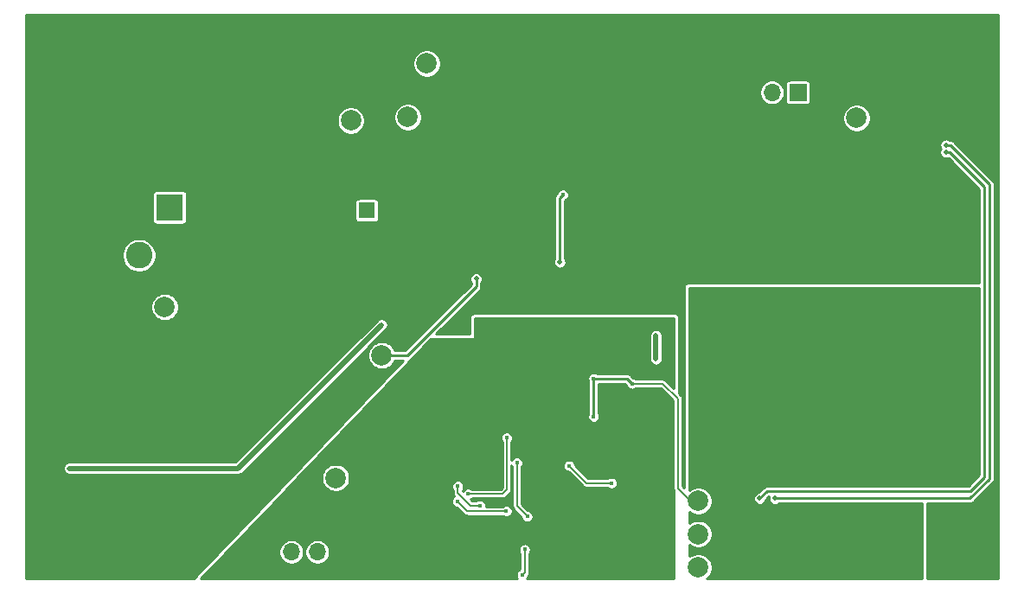
<source format=gbr>
%TF.GenerationSoftware,KiCad,Pcbnew,(5.1.8)-1*%
%TF.CreationDate,2021-03-05T14:15:40-05:00*%
%TF.ProjectId,BuckLinReg_5V,4275636b-4c69-46e5-9265-675f35562e6b,rev?*%
%TF.SameCoordinates,Original*%
%TF.FileFunction,Copper,L2,Bot*%
%TF.FilePolarity,Positive*%
%FSLAX46Y46*%
G04 Gerber Fmt 4.6, Leading zero omitted, Abs format (unit mm)*
G04 Created by KiCad (PCBNEW (5.1.8)-1) date 2021-03-05 14:15:40*
%MOMM*%
%LPD*%
G01*
G04 APERTURE LIST*
%TA.AperFunction,ComponentPad*%
%ADD10R,2.600000X2.600000*%
%TD*%
%TA.AperFunction,ComponentPad*%
%ADD11C,2.600000*%
%TD*%
%TA.AperFunction,ComponentPad*%
%ADD12C,6.000000*%
%TD*%
%TA.AperFunction,ComponentPad*%
%ADD13R,1.600000X1.600000*%
%TD*%
%TA.AperFunction,ComponentPad*%
%ADD14C,1.600000*%
%TD*%
%TA.AperFunction,ComponentPad*%
%ADD15O,1.700000X1.700000*%
%TD*%
%TA.AperFunction,ComponentPad*%
%ADD16R,1.700000X1.700000*%
%TD*%
%TA.AperFunction,ComponentPad*%
%ADD17C,2.000000*%
%TD*%
%TA.AperFunction,ComponentPad*%
%ADD18C,2.540000*%
%TD*%
%TA.AperFunction,ViaPad*%
%ADD19C,0.500000*%
%TD*%
%TA.AperFunction,ViaPad*%
%ADD20C,0.450000*%
%TD*%
%TA.AperFunction,Conductor*%
%ADD21C,0.500000*%
%TD*%
%TA.AperFunction,Conductor*%
%ADD22C,0.250000*%
%TD*%
%TA.AperFunction,Conductor*%
%ADD23C,0.150000*%
%TD*%
%TA.AperFunction,Conductor*%
%ADD24C,0.254000*%
%TD*%
G04 APERTURE END LIST*
D10*
%TO.P,J1,1*%
%TO.N,/Vin*%
X72500000Y-71250000D03*
D11*
%TO.P,J1,2*%
%TO.N,GNDPWR*%
X66500000Y-71250000D03*
%TO.P,J1,3*%
%TO.N,N/C*%
X69500000Y-75950000D03*
%TD*%
D12*
%TO.P,H1,1*%
%TO.N,GNDPWR*%
X61500000Y-55500000D03*
%TD*%
%TO.P,H2,1*%
%TO.N,GNDPWR*%
X61500000Y-104500000D03*
%TD*%
%TO.P,H3,1*%
%TO.N,GNDPWR*%
X150500000Y-104500000D03*
%TD*%
%TO.P,H4,1*%
%TO.N,GNDPWR*%
X150500000Y-55500000D03*
%TD*%
D13*
%TO.P,C1,1*%
%TO.N,/+Vin*%
X91800000Y-71550000D03*
D14*
%TO.P,C1,2*%
%TO.N,GNDPWR*%
X91800000Y-74050000D03*
%TD*%
D15*
%TO.P,J3,2*%
%TO.N,/SR+*%
X131460000Y-60000000D03*
D16*
%TO.P,J3,1*%
%TO.N,/SR-*%
X134000000Y-60000000D03*
%TD*%
%TO.P,SW1,1*%
%TO.N,/5V0_LOGIC*%
X89500000Y-105000000D03*
D15*
%TO.P,SW1,2*%
%TO.N,/SW_SIG*%
X86960000Y-105000000D03*
%TO.P,SW1,3*%
%TO.N,GNDA*%
X84420000Y-105000000D03*
%TD*%
D17*
%TO.P,TP1,1*%
%TO.N,/+Vin*%
X90250000Y-62750000D03*
%TD*%
%TO.P,TP3,1*%
%TO.N,/Vin*%
X72000000Y-81000000D03*
%TD*%
%TO.P,TP4,1*%
%TO.N,/FB*%
X93250000Y-85750000D03*
%TD*%
%TO.P,TP6,1*%
%TO.N,/SW*%
X95800000Y-62400000D03*
%TD*%
%TO.P,TP7,1*%
%TO.N,/SR-*%
X139750000Y-62500000D03*
%TD*%
%TO.P,TP9,1*%
%TO.N,/5V0_LOGIC*%
X118250000Y-104250000D03*
%TD*%
%TO.P,TP12,1*%
%TO.N,/Q*%
X124250000Y-106500000D03*
%TD*%
%TO.P,TP13,1*%
%TO.N,/Vo*%
X124250000Y-100000000D03*
%TD*%
%TO.P,TP15,1*%
%TO.N,/OCP_TRIGGER*%
X124250000Y-103250000D03*
%TD*%
%TO.P,TP16,1*%
%TO.N,GNDPWR*%
X138200000Y-68000000D03*
%TD*%
%TO.P,TP17,1*%
%TO.N,GNDA*%
X88750000Y-97750000D03*
%TD*%
%TO.P,TP10,1*%
%TO.N,/SR+*%
X97650000Y-57150000D03*
%TD*%
D18*
%TO.P,J2,4*%
%TO.N,GNDPWR*%
X149000000Y-71130000D03*
%TO.P,J2,3*%
X149000000Y-76210000D03*
%TO.P,J2,2*%
%TO.N,/5V0_Out*%
X149000000Y-81290000D03*
%TO.P,J2,1*%
X149000000Y-86370000D03*
%TD*%
D19*
%TO.N,/SR+*%
X62700000Y-96800000D03*
X93250000Y-82750000D03*
%TO.N,/5V0_LOGIC*%
X111400000Y-93400000D03*
X112000000Y-103250000D03*
X113250000Y-103250000D03*
X113250000Y-104250000D03*
X112000000Y-104250000D03*
X92750000Y-102750000D03*
X93750000Y-102750000D03*
X92750000Y-103750000D03*
X93750000Y-103750000D03*
X92750000Y-104750000D03*
X93750000Y-104750000D03*
X95000000Y-104750000D03*
X112000000Y-105250000D03*
X113250000Y-105250000D03*
X110750000Y-105250000D03*
X120750000Y-91250000D03*
X120750000Y-92500000D03*
X120750000Y-93750000D03*
X119500000Y-93750000D03*
X119750000Y-90000000D03*
X99500000Y-84500000D03*
X100500000Y-85250000D03*
X101250000Y-86250000D03*
X101250000Y-87500000D03*
D20*
%TO.N,Net-(C7-Pad2)*%
X111000000Y-70000000D03*
D19*
X110691098Y-76621408D03*
%TO.N,/5V0_Out*%
X125000000Y-89750000D03*
X126250000Y-89750000D03*
X127500000Y-89750000D03*
X128750000Y-89750000D03*
X130000000Y-89750000D03*
X131250000Y-89750000D03*
X132500000Y-89750000D03*
X125000000Y-91000000D03*
X126250000Y-91000000D03*
X127500000Y-91000000D03*
X128750000Y-91000000D03*
X130000000Y-91000000D03*
X131250000Y-91000000D03*
X132500000Y-91000000D03*
X125000000Y-92250000D03*
X126250000Y-92250000D03*
X127500000Y-92250000D03*
X128750000Y-92250000D03*
X130000000Y-92250000D03*
X131250000Y-92250000D03*
X132500000Y-92250000D03*
X133750000Y-89750000D03*
X133750000Y-91000000D03*
X133750000Y-92250000D03*
X135000000Y-89750000D03*
X135000000Y-91000000D03*
X135000000Y-92250000D03*
X136250000Y-89750000D03*
X136250000Y-91000000D03*
X136250000Y-92250000D03*
D20*
%TO.N,/~PWR_EN*%
X101700000Y-99300000D03*
X105500000Y-93800002D03*
D19*
%TO.N,/FB*%
X102500000Y-78250000D03*
D20*
%TO.N,/Vo*%
X114000000Y-88000000D03*
X114000000Y-91750000D03*
X117750000Y-88500000D03*
%TO.N,/OCP_TRIGGER*%
X115750000Y-98250000D03*
X111600000Y-96550000D03*
%TO.N,/~SW_SIG*%
X102850000Y-100450000D03*
X100700000Y-98550000D03*
%TO.N,/~Q*%
X105460000Y-101000000D03*
X100660000Y-100040000D03*
%TO.N,/S*%
X106500000Y-96250000D03*
X107499990Y-101510010D03*
%TO.N,/Q*%
X107000000Y-107250000D03*
X107250000Y-104750000D03*
D19*
%TO.N,GNDPWR*%
X133250000Y-69750000D03*
X133250000Y-71000000D03*
X134500000Y-71000000D03*
X134500000Y-69750000D03*
X135750000Y-69750000D03*
X135750000Y-71000000D03*
X137000000Y-69750000D03*
X138250000Y-69750000D03*
X138250000Y-71000000D03*
X138250000Y-72250000D03*
X138250000Y-73500000D03*
X138250000Y-74750000D03*
X138250000Y-76000000D03*
X138250000Y-77250000D03*
X133250000Y-72250000D03*
X133250000Y-73500000D03*
X134500000Y-73500000D03*
X135750000Y-73500000D03*
X137000000Y-73500000D03*
X133250000Y-74750000D03*
X133250000Y-76000000D03*
X133250000Y-77250000D03*
X134500000Y-77250000D03*
X135750000Y-77250000D03*
X137000000Y-77250000D03*
X137000000Y-76000000D03*
X137000000Y-74750000D03*
X135750000Y-74750000D03*
X134500000Y-74750000D03*
X134500000Y-76000000D03*
X135750000Y-76000000D03*
X134500000Y-72250000D03*
X135750000Y-72250000D03*
X137000000Y-71000000D03*
X137000000Y-72250000D03*
X132000000Y-71000000D03*
X132000000Y-69750000D03*
X130750000Y-69750000D03*
X130750000Y-71000000D03*
X129500000Y-71000000D03*
X129500000Y-69750000D03*
X128250000Y-69750000D03*
X128250000Y-71000000D03*
X130750000Y-78000000D03*
X132250000Y-78000000D03*
X66000000Y-88500000D03*
X69500000Y-86250000D03*
X72000000Y-89250000D03*
X70750000Y-92250000D03*
X66500000Y-91750000D03*
X76000000Y-91500000D03*
X80250000Y-87500000D03*
X84500000Y-84500000D03*
X73250000Y-99500000D03*
X73250000Y-105250000D03*
X68750000Y-104500000D03*
X68500000Y-100250000D03*
X59500000Y-92250000D03*
X60750000Y-83750000D03*
X60500000Y-88000000D03*
X60500000Y-79500000D03*
X60750000Y-72000000D03*
X60500000Y-74750000D03*
X60000000Y-67250000D03*
X71500000Y-55250000D03*
X78500000Y-55500000D03*
X85000000Y-55500000D03*
X83500000Y-64000000D03*
X76250000Y-62500000D03*
X67750000Y-62250000D03*
X67250000Y-66750000D03*
X68250000Y-70500000D03*
X90250000Y-65500000D03*
X92250000Y-54500000D03*
X95500000Y-56750000D03*
X105500000Y-53750000D03*
X111000000Y-53500000D03*
X118000000Y-54250000D03*
X122250000Y-54000000D03*
X126250000Y-54250000D03*
X131750000Y-55000000D03*
X136000000Y-55500000D03*
X129250000Y-57000000D03*
X139750000Y-57500000D03*
X141750000Y-54000000D03*
X144000000Y-59500000D03*
X143250000Y-63000000D03*
X149750000Y-62000000D03*
X145000000Y-56250000D03*
X124750000Y-62250000D03*
X126000000Y-62250000D03*
X127250000Y-62250000D03*
X127250000Y-61000000D03*
X127250000Y-59750000D03*
X127250000Y-58500000D03*
X127250000Y-57250000D03*
X126000000Y-57250000D03*
X124750000Y-57250000D03*
X114500000Y-64500000D03*
X115750000Y-64500000D03*
X117000000Y-64500000D03*
X118250000Y-64500000D03*
X119500000Y-64500000D03*
X120750000Y-64500000D03*
X119750000Y-68000000D03*
X119750000Y-69250000D03*
X119750000Y-70500000D03*
X119750000Y-71750000D03*
X119750000Y-73000000D03*
X119750000Y-74250000D03*
X119750000Y-75500000D03*
X119750000Y-76750000D03*
X119750000Y-78000000D03*
X119750000Y-79250000D03*
X119750000Y-80500000D03*
X121250000Y-80500000D03*
X121250000Y-79250000D03*
X121250000Y-78000000D03*
X121250000Y-76750000D03*
X121250000Y-75500000D03*
X121250000Y-74250000D03*
X121250000Y-73000000D03*
X121250000Y-71750000D03*
X94750000Y-75750000D03*
X96000000Y-76000000D03*
X97500000Y-76000000D03*
X98500000Y-76000000D03*
X99750000Y-76000000D03*
X99750000Y-77000000D03*
X101000000Y-76000000D03*
X102250000Y-75750000D03*
X103500000Y-75750000D03*
X70000000Y-61000000D03*
X63750000Y-63000000D03*
X74250000Y-61000000D03*
X90500000Y-56500000D03*
X69250000Y-57250000D03*
X67500000Y-54000000D03*
X60500000Y-62500000D03*
X64500000Y-67250000D03*
X85500000Y-88000000D03*
X134000000Y-56500000D03*
X88750000Y-78250000D03*
X90250000Y-79250000D03*
X94000000Y-77500000D03*
X94250000Y-79250000D03*
X90750000Y-76500000D03*
X87250000Y-75750000D03*
X85250000Y-74500000D03*
X89250000Y-75250000D03*
X91750000Y-79750000D03*
D20*
%TO.N,GNDA*%
X120100000Y-86100000D03*
X120100000Y-83800000D03*
D19*
%TO.N,/DFA-*%
X148500000Y-65855000D03*
X130250000Y-99750000D03*
%TO.N,/DFA+*%
X148500000Y-65145000D03*
X131750000Y-99750000D03*
%TD*%
D21*
%TO.N,/SR+*%
X62700000Y-96800000D02*
X79200000Y-96800000D01*
X79200000Y-96800000D02*
X93250000Y-82750000D01*
D22*
%TO.N,Net-(C7-Pad2)*%
X111000000Y-70000000D02*
X110691098Y-70308902D01*
X110691098Y-70308902D02*
X110691098Y-76621408D01*
D23*
%TO.N,/~PWR_EN*%
X105500000Y-98900000D02*
X105500000Y-93800002D01*
X105100000Y-99300000D02*
X105500000Y-98900000D01*
X101700000Y-99300000D02*
X105100000Y-99300000D01*
D22*
%TO.N,/FB*%
X95750000Y-85750000D02*
X93250000Y-85750000D01*
X102500000Y-79000000D02*
X95750000Y-85750000D01*
X102500000Y-78250000D02*
X102500000Y-78250000D01*
X102500000Y-78250000D02*
X102500000Y-79000000D01*
%TO.N,/Vo*%
X114000000Y-88000000D02*
X114000000Y-91750000D01*
X117250000Y-88000000D02*
X117750000Y-88500000D01*
X114000000Y-88000000D02*
X117250000Y-88000000D01*
D23*
X122250000Y-98750000D02*
X124000000Y-100500000D01*
X122250000Y-90000000D02*
X122250000Y-98750000D01*
X120750000Y-88500000D02*
X122250000Y-90000000D01*
X117750000Y-88500000D02*
X120750000Y-88500000D01*
%TO.N,/OCP_TRIGGER*%
X113300000Y-98250000D02*
X111600000Y-96550000D01*
X115750000Y-98250000D02*
X113300000Y-98250000D01*
%TO.N,/~SW_SIG*%
X102850000Y-100450000D02*
X101950000Y-100450000D01*
X101950000Y-100450000D02*
X100700000Y-99200000D01*
X100700000Y-99200000D02*
X100700000Y-98550000D01*
%TO.N,/~Q*%
X105460000Y-101000000D02*
X101620000Y-101000000D01*
X101620000Y-101000000D02*
X100660000Y-100040000D01*
%TO.N,/S*%
X106500000Y-96250000D02*
X106500000Y-100510020D01*
X106500000Y-100510020D02*
X107499990Y-101510010D01*
%TO.N,/Q*%
X107000000Y-107250000D02*
X107250000Y-107000000D01*
X107250000Y-107000000D02*
X107250000Y-104750000D01*
D21*
%TO.N,GNDA*%
X120100000Y-86100000D02*
X120100000Y-83800000D01*
D22*
%TO.N,/DFA-*%
X130980000Y-99020000D02*
X130250000Y-99750000D01*
X150904730Y-99020000D02*
X130980000Y-99020000D01*
X152250000Y-97674730D02*
X150904730Y-99020000D01*
X152250000Y-69250000D02*
X152250000Y-97674730D01*
X148855000Y-65855000D02*
X152250000Y-69250000D01*
X148500000Y-65855000D02*
X148855000Y-65855000D01*
%TO.N,/DFA+*%
X150825270Y-99750000D02*
X131750000Y-99750000D01*
X152750000Y-69000000D02*
X152750000Y-97825270D01*
X152750000Y-97825270D02*
X150825270Y-99750000D01*
X148895000Y-65145000D02*
X152750000Y-69000000D01*
X148500000Y-65145000D02*
X148895000Y-65145000D01*
%TD*%
D24*
%TO.N,GNDPWR*%
X153598001Y-107598000D02*
X146627000Y-107598000D01*
X146627000Y-100252000D01*
X150800627Y-100252000D01*
X150825270Y-100254427D01*
X150849913Y-100252000D01*
X150849923Y-100252000D01*
X150923679Y-100244736D01*
X151018306Y-100216031D01*
X151105515Y-100169417D01*
X151181954Y-100106684D01*
X151197671Y-100087533D01*
X153087538Y-98197667D01*
X153106684Y-98181954D01*
X153123559Y-98161393D01*
X153169416Y-98105516D01*
X153169938Y-98104540D01*
X153216031Y-98018306D01*
X153244736Y-97923679D01*
X153252000Y-97849923D01*
X153252000Y-97849914D01*
X153254427Y-97825271D01*
X153252000Y-97800628D01*
X153252000Y-69024642D01*
X153254427Y-68999999D01*
X153252000Y-68975356D01*
X153252000Y-68975347D01*
X153244736Y-68901591D01*
X153216031Y-68806964D01*
X153169417Y-68719755D01*
X153106684Y-68643316D01*
X153087538Y-68627603D01*
X149267402Y-64807468D01*
X149251684Y-64788316D01*
X149175245Y-64725583D01*
X149088036Y-64678969D01*
X148993409Y-64650264D01*
X148919653Y-64643000D01*
X148919643Y-64643000D01*
X148895000Y-64640573D01*
X148876386Y-64642406D01*
X148796996Y-64589360D01*
X148682889Y-64542095D01*
X148561754Y-64518000D01*
X148438246Y-64518000D01*
X148317111Y-64542095D01*
X148203004Y-64589360D01*
X148100311Y-64657977D01*
X148012977Y-64745311D01*
X147944360Y-64848004D01*
X147897095Y-64962111D01*
X147873000Y-65083246D01*
X147873000Y-65206754D01*
X147897095Y-65327889D01*
X147944360Y-65441996D01*
X147983117Y-65500000D01*
X147944360Y-65558004D01*
X147897095Y-65672111D01*
X147873000Y-65793246D01*
X147873000Y-65916754D01*
X147897095Y-66037889D01*
X147944360Y-66151996D01*
X148012977Y-66254689D01*
X148100311Y-66342023D01*
X148203004Y-66410640D01*
X148317111Y-66457905D01*
X148438246Y-66482000D01*
X148561754Y-66482000D01*
X148682889Y-66457905D01*
X148728909Y-66438843D01*
X151748000Y-69457935D01*
X151748000Y-78623000D01*
X123250000Y-78623000D01*
X123176451Y-78630244D01*
X123105728Y-78651697D01*
X123040550Y-78686536D01*
X122983421Y-78733421D01*
X122936536Y-78790550D01*
X122901697Y-78855728D01*
X122880244Y-78926451D01*
X122873000Y-79000000D01*
X122873000Y-98733777D01*
X122702000Y-98562777D01*
X122702000Y-90022204D01*
X122704187Y-89999999D01*
X122695460Y-89911392D01*
X122689444Y-89891562D01*
X122669614Y-89826190D01*
X122627643Y-89747667D01*
X122571159Y-89678841D01*
X122553912Y-89664687D01*
X122377000Y-89487775D01*
X122377000Y-82000000D01*
X122369756Y-81926451D01*
X122348303Y-81855728D01*
X122313464Y-81790550D01*
X122266579Y-81733421D01*
X122209450Y-81686536D01*
X122144272Y-81651697D01*
X122073549Y-81630244D01*
X122000000Y-81623000D01*
X102250000Y-81623000D01*
X102176451Y-81630244D01*
X102105728Y-81651697D01*
X102040550Y-81686536D01*
X101983421Y-81733421D01*
X101936536Y-81790550D01*
X101901697Y-81855728D01*
X101880244Y-81926451D01*
X101873000Y-82000000D01*
X101873000Y-83623000D01*
X98586934Y-83623000D01*
X102837538Y-79372397D01*
X102856684Y-79356684D01*
X102872397Y-79337538D01*
X102872400Y-79337535D01*
X102919417Y-79280246D01*
X102966031Y-79193037D01*
X102994736Y-79098410D01*
X102995607Y-79089568D01*
X103002000Y-79024653D01*
X103002000Y-79024646D01*
X103004427Y-79000000D01*
X103002000Y-78975355D01*
X103002000Y-78627274D01*
X103055640Y-78546996D01*
X103102905Y-78432889D01*
X103127000Y-78311754D01*
X103127000Y-78188246D01*
X103102905Y-78067111D01*
X103055640Y-77953004D01*
X102987023Y-77850311D01*
X102899689Y-77762977D01*
X102796996Y-77694360D01*
X102682889Y-77647095D01*
X102561754Y-77623000D01*
X102438246Y-77623000D01*
X102317111Y-77647095D01*
X102203004Y-77694360D01*
X102100311Y-77762977D01*
X102012977Y-77850311D01*
X101944360Y-77953004D01*
X101897095Y-78067111D01*
X101873000Y-78188246D01*
X101873000Y-78311754D01*
X101897095Y-78432889D01*
X101944360Y-78546996D01*
X101998001Y-78627275D01*
X101998001Y-78792064D01*
X95542066Y-85248000D01*
X94532519Y-85248000D01*
X94470282Y-85097746D01*
X94319586Y-84872213D01*
X94127787Y-84680414D01*
X93902254Y-84529718D01*
X93651656Y-84425917D01*
X93385623Y-84373000D01*
X93114377Y-84373000D01*
X92848344Y-84425917D01*
X92597746Y-84529718D01*
X92372213Y-84680414D01*
X92180414Y-84872213D01*
X92029718Y-85097746D01*
X91925917Y-85348344D01*
X91873000Y-85614377D01*
X91873000Y-85885623D01*
X91925917Y-86151656D01*
X92029718Y-86402254D01*
X92180414Y-86627787D01*
X92372213Y-86819586D01*
X92597746Y-86970282D01*
X92848344Y-87074083D01*
X93114377Y-87127000D01*
X93385623Y-87127000D01*
X93651656Y-87074083D01*
X93902254Y-86970282D01*
X94127787Y-86819586D01*
X94319586Y-86627787D01*
X94470282Y-86402254D01*
X94532519Y-86252000D01*
X95319664Y-86252000D01*
X74863081Y-107598000D01*
X58402000Y-107598000D01*
X58402000Y-96800000D01*
X62069967Y-96800000D01*
X62073000Y-96830794D01*
X62073000Y-96861754D01*
X62079040Y-96892120D01*
X62082073Y-96922913D01*
X62091055Y-96952522D01*
X62097095Y-96982889D01*
X62108942Y-97011491D01*
X62117925Y-97041103D01*
X62132513Y-97068395D01*
X62144360Y-97096996D01*
X62161560Y-97122737D01*
X62176147Y-97150028D01*
X62195778Y-97173948D01*
X62212977Y-97199689D01*
X62234866Y-97221578D01*
X62254499Y-97245501D01*
X62278422Y-97265134D01*
X62300311Y-97287023D01*
X62326052Y-97304222D01*
X62349972Y-97323853D01*
X62377263Y-97338440D01*
X62403004Y-97355640D01*
X62431605Y-97367487D01*
X62458897Y-97382075D01*
X62488509Y-97391058D01*
X62517111Y-97402905D01*
X62547478Y-97408945D01*
X62577087Y-97417927D01*
X62607880Y-97420960D01*
X62638246Y-97427000D01*
X79169206Y-97427000D01*
X79200000Y-97430033D01*
X79230794Y-97427000D01*
X79322913Y-97417927D01*
X79441103Y-97382075D01*
X79550028Y-97323853D01*
X79645501Y-97245501D01*
X79665138Y-97221573D01*
X93649686Y-83237025D01*
X93649689Y-83237023D01*
X93737023Y-83149689D01*
X93754225Y-83123945D01*
X93773853Y-83100028D01*
X93788441Y-83072736D01*
X93805640Y-83046996D01*
X93817486Y-83018399D01*
X93832075Y-82991104D01*
X93841058Y-82961489D01*
X93852905Y-82932889D01*
X93858945Y-82902523D01*
X93867927Y-82872913D01*
X93870960Y-82842120D01*
X93877000Y-82811754D01*
X93877000Y-82780794D01*
X93880033Y-82750000D01*
X93877000Y-82719206D01*
X93877000Y-82688246D01*
X93870960Y-82657880D01*
X93867927Y-82627087D01*
X93858945Y-82597478D01*
X93852905Y-82567111D01*
X93841058Y-82538509D01*
X93832075Y-82508897D01*
X93817487Y-82481605D01*
X93805640Y-82453004D01*
X93788440Y-82427263D01*
X93773853Y-82399972D01*
X93754224Y-82376055D01*
X93737023Y-82350311D01*
X93715126Y-82328414D01*
X93695500Y-82304500D01*
X93671586Y-82284874D01*
X93649689Y-82262977D01*
X93623945Y-82245776D01*
X93600028Y-82226147D01*
X93572737Y-82211560D01*
X93546996Y-82194360D01*
X93518395Y-82182513D01*
X93491103Y-82167925D01*
X93461491Y-82158942D01*
X93432889Y-82147095D01*
X93402522Y-82141055D01*
X93372913Y-82132073D01*
X93342120Y-82129040D01*
X93311754Y-82123000D01*
X93280794Y-82123000D01*
X93250000Y-82119967D01*
X93219206Y-82123000D01*
X93188246Y-82123000D01*
X93157880Y-82129040D01*
X93127087Y-82132073D01*
X93097477Y-82141055D01*
X93067111Y-82147095D01*
X93038511Y-82158942D01*
X93008896Y-82167925D01*
X92981601Y-82182514D01*
X92953004Y-82194360D01*
X92927264Y-82211559D01*
X92899972Y-82226147D01*
X92876055Y-82245775D01*
X92850311Y-82262977D01*
X92762977Y-82350311D01*
X92762975Y-82350314D01*
X78940289Y-96173000D01*
X62638246Y-96173000D01*
X62607880Y-96179040D01*
X62577087Y-96182073D01*
X62547478Y-96191055D01*
X62517111Y-96197095D01*
X62488509Y-96208942D01*
X62458897Y-96217925D01*
X62431605Y-96232513D01*
X62403004Y-96244360D01*
X62377263Y-96261560D01*
X62349972Y-96276147D01*
X62326052Y-96295778D01*
X62300311Y-96312977D01*
X62278422Y-96334866D01*
X62254499Y-96354499D01*
X62234869Y-96378419D01*
X62212977Y-96400311D01*
X62195778Y-96426052D01*
X62176147Y-96449972D01*
X62161560Y-96477263D01*
X62144360Y-96503004D01*
X62132513Y-96531605D01*
X62117925Y-96558897D01*
X62108942Y-96588509D01*
X62097095Y-96617111D01*
X62091055Y-96647478D01*
X62082073Y-96677087D01*
X62079040Y-96707880D01*
X62073000Y-96738246D01*
X62073000Y-96769206D01*
X62069967Y-96800000D01*
X58402000Y-96800000D01*
X58402000Y-80864377D01*
X70623000Y-80864377D01*
X70623000Y-81135623D01*
X70675917Y-81401656D01*
X70779718Y-81652254D01*
X70930414Y-81877787D01*
X71122213Y-82069586D01*
X71347746Y-82220282D01*
X71598344Y-82324083D01*
X71864377Y-82377000D01*
X72135623Y-82377000D01*
X72401656Y-82324083D01*
X72652254Y-82220282D01*
X72877787Y-82069586D01*
X73069586Y-81877787D01*
X73220282Y-81652254D01*
X73324083Y-81401656D01*
X73377000Y-81135623D01*
X73377000Y-80864377D01*
X73324083Y-80598344D01*
X73220282Y-80347746D01*
X73069586Y-80122213D01*
X72877787Y-79930414D01*
X72652254Y-79779718D01*
X72401656Y-79675917D01*
X72135623Y-79623000D01*
X71864377Y-79623000D01*
X71598344Y-79675917D01*
X71347746Y-79779718D01*
X71122213Y-79930414D01*
X70930414Y-80122213D01*
X70779718Y-80347746D01*
X70675917Y-80598344D01*
X70623000Y-80864377D01*
X58402000Y-80864377D01*
X58402000Y-75784830D01*
X67823000Y-75784830D01*
X67823000Y-76115170D01*
X67887446Y-76439163D01*
X68013862Y-76744357D01*
X68197389Y-77019025D01*
X68430975Y-77252611D01*
X68705643Y-77436138D01*
X69010837Y-77562554D01*
X69334830Y-77627000D01*
X69665170Y-77627000D01*
X69989163Y-77562554D01*
X70294357Y-77436138D01*
X70569025Y-77252611D01*
X70802611Y-77019025D01*
X70986138Y-76744357D01*
X71062644Y-76559654D01*
X110064098Y-76559654D01*
X110064098Y-76683162D01*
X110088193Y-76804297D01*
X110135458Y-76918404D01*
X110204075Y-77021097D01*
X110291409Y-77108431D01*
X110394102Y-77177048D01*
X110508209Y-77224313D01*
X110629344Y-77248408D01*
X110752852Y-77248408D01*
X110873987Y-77224313D01*
X110988094Y-77177048D01*
X111090787Y-77108431D01*
X111178121Y-77021097D01*
X111246738Y-76918404D01*
X111294003Y-76804297D01*
X111318098Y-76683162D01*
X111318098Y-76559654D01*
X111294003Y-76438519D01*
X111246738Y-76324412D01*
X111193098Y-76244134D01*
X111193098Y-70571617D01*
X111285154Y-70533486D01*
X111383753Y-70467604D01*
X111467604Y-70383753D01*
X111533486Y-70285154D01*
X111578866Y-70175597D01*
X111602000Y-70059292D01*
X111602000Y-69940708D01*
X111578866Y-69824403D01*
X111533486Y-69714846D01*
X111467604Y-69616247D01*
X111383753Y-69532396D01*
X111285154Y-69466514D01*
X111175597Y-69421134D01*
X111059292Y-69398000D01*
X110940708Y-69398000D01*
X110824403Y-69421134D01*
X110714846Y-69466514D01*
X110616247Y-69532396D01*
X110532396Y-69616247D01*
X110466514Y-69714846D01*
X110421134Y-69824403D01*
X110410078Y-69879988D01*
X110353566Y-69936500D01*
X110334414Y-69952218D01*
X110271681Y-70028657D01*
X110225067Y-70115867D01*
X110196362Y-70210494D01*
X110189098Y-70284250D01*
X110189098Y-70284259D01*
X110186671Y-70308902D01*
X110189098Y-70333545D01*
X110189099Y-76244132D01*
X110135458Y-76324412D01*
X110088193Y-76438519D01*
X110064098Y-76559654D01*
X71062644Y-76559654D01*
X71112554Y-76439163D01*
X71177000Y-76115170D01*
X71177000Y-75784830D01*
X71112554Y-75460837D01*
X70986138Y-75155643D01*
X70802611Y-74880975D01*
X70569025Y-74647389D01*
X70294357Y-74463862D01*
X69989163Y-74337446D01*
X69665170Y-74273000D01*
X69334830Y-74273000D01*
X69010837Y-74337446D01*
X68705643Y-74463862D01*
X68430975Y-74647389D01*
X68197389Y-74880975D01*
X68013862Y-75155643D01*
X67887446Y-75460837D01*
X67823000Y-75784830D01*
X58402000Y-75784830D01*
X58402000Y-69950000D01*
X70821176Y-69950000D01*
X70821176Y-72550000D01*
X70828455Y-72623905D01*
X70850012Y-72694970D01*
X70885019Y-72760463D01*
X70932131Y-72817869D01*
X70989537Y-72864981D01*
X71055030Y-72899988D01*
X71126095Y-72921545D01*
X71200000Y-72928824D01*
X73800000Y-72928824D01*
X73873905Y-72921545D01*
X73944970Y-72899988D01*
X74010463Y-72864981D01*
X74067869Y-72817869D01*
X74114981Y-72760463D01*
X74149988Y-72694970D01*
X74171545Y-72623905D01*
X74178824Y-72550000D01*
X74178824Y-70750000D01*
X90621176Y-70750000D01*
X90621176Y-72350000D01*
X90628455Y-72423905D01*
X90650012Y-72494970D01*
X90685019Y-72560463D01*
X90732131Y-72617869D01*
X90789537Y-72664981D01*
X90855030Y-72699988D01*
X90926095Y-72721545D01*
X91000000Y-72728824D01*
X92600000Y-72728824D01*
X92673905Y-72721545D01*
X92744970Y-72699988D01*
X92810463Y-72664981D01*
X92867869Y-72617869D01*
X92914981Y-72560463D01*
X92949988Y-72494970D01*
X92971545Y-72423905D01*
X92978824Y-72350000D01*
X92978824Y-70750000D01*
X92971545Y-70676095D01*
X92949988Y-70605030D01*
X92914981Y-70539537D01*
X92867869Y-70482131D01*
X92810463Y-70435019D01*
X92744970Y-70400012D01*
X92673905Y-70378455D01*
X92600000Y-70371176D01*
X91000000Y-70371176D01*
X90926095Y-70378455D01*
X90855030Y-70400012D01*
X90789537Y-70435019D01*
X90732131Y-70482131D01*
X90685019Y-70539537D01*
X90650012Y-70605030D01*
X90628455Y-70676095D01*
X90621176Y-70750000D01*
X74178824Y-70750000D01*
X74178824Y-69950000D01*
X74171545Y-69876095D01*
X74149988Y-69805030D01*
X74114981Y-69739537D01*
X74067869Y-69682131D01*
X74010463Y-69635019D01*
X73944970Y-69600012D01*
X73873905Y-69578455D01*
X73800000Y-69571176D01*
X71200000Y-69571176D01*
X71126095Y-69578455D01*
X71055030Y-69600012D01*
X70989537Y-69635019D01*
X70932131Y-69682131D01*
X70885019Y-69739537D01*
X70850012Y-69805030D01*
X70828455Y-69876095D01*
X70821176Y-69950000D01*
X58402000Y-69950000D01*
X58402000Y-62614377D01*
X88873000Y-62614377D01*
X88873000Y-62885623D01*
X88925917Y-63151656D01*
X89029718Y-63402254D01*
X89180414Y-63627787D01*
X89372213Y-63819586D01*
X89597746Y-63970282D01*
X89848344Y-64074083D01*
X90114377Y-64127000D01*
X90385623Y-64127000D01*
X90651656Y-64074083D01*
X90902254Y-63970282D01*
X91127787Y-63819586D01*
X91319586Y-63627787D01*
X91470282Y-63402254D01*
X91574083Y-63151656D01*
X91627000Y-62885623D01*
X91627000Y-62614377D01*
X91574083Y-62348344D01*
X91539303Y-62264377D01*
X94423000Y-62264377D01*
X94423000Y-62535623D01*
X94475917Y-62801656D01*
X94579718Y-63052254D01*
X94730414Y-63277787D01*
X94922213Y-63469586D01*
X95147746Y-63620282D01*
X95398344Y-63724083D01*
X95664377Y-63777000D01*
X95935623Y-63777000D01*
X96201656Y-63724083D01*
X96452254Y-63620282D01*
X96677787Y-63469586D01*
X96869586Y-63277787D01*
X97020282Y-63052254D01*
X97124083Y-62801656D01*
X97177000Y-62535623D01*
X97177000Y-62364377D01*
X138373000Y-62364377D01*
X138373000Y-62635623D01*
X138425917Y-62901656D01*
X138529718Y-63152254D01*
X138680414Y-63377787D01*
X138872213Y-63569586D01*
X139097746Y-63720282D01*
X139348344Y-63824083D01*
X139614377Y-63877000D01*
X139885623Y-63877000D01*
X140151656Y-63824083D01*
X140402254Y-63720282D01*
X140627787Y-63569586D01*
X140819586Y-63377787D01*
X140970282Y-63152254D01*
X141074083Y-62901656D01*
X141127000Y-62635623D01*
X141127000Y-62364377D01*
X141074083Y-62098344D01*
X140970282Y-61847746D01*
X140819586Y-61622213D01*
X140627787Y-61430414D01*
X140402254Y-61279718D01*
X140151656Y-61175917D01*
X139885623Y-61123000D01*
X139614377Y-61123000D01*
X139348344Y-61175917D01*
X139097746Y-61279718D01*
X138872213Y-61430414D01*
X138680414Y-61622213D01*
X138529718Y-61847746D01*
X138425917Y-62098344D01*
X138373000Y-62364377D01*
X97177000Y-62364377D01*
X97177000Y-62264377D01*
X97124083Y-61998344D01*
X97020282Y-61747746D01*
X96869586Y-61522213D01*
X96677787Y-61330414D01*
X96452254Y-61179718D01*
X96201656Y-61075917D01*
X95935623Y-61023000D01*
X95664377Y-61023000D01*
X95398344Y-61075917D01*
X95147746Y-61179718D01*
X94922213Y-61330414D01*
X94730414Y-61522213D01*
X94579718Y-61747746D01*
X94475917Y-61998344D01*
X94423000Y-62264377D01*
X91539303Y-62264377D01*
X91470282Y-62097746D01*
X91319586Y-61872213D01*
X91127787Y-61680414D01*
X90902254Y-61529718D01*
X90651656Y-61425917D01*
X90385623Y-61373000D01*
X90114377Y-61373000D01*
X89848344Y-61425917D01*
X89597746Y-61529718D01*
X89372213Y-61680414D01*
X89180414Y-61872213D01*
X89029718Y-62097746D01*
X88925917Y-62348344D01*
X88873000Y-62614377D01*
X58402000Y-62614377D01*
X58402000Y-59879151D01*
X130233000Y-59879151D01*
X130233000Y-60120849D01*
X130280153Y-60357903D01*
X130372647Y-60581202D01*
X130506927Y-60782167D01*
X130677833Y-60953073D01*
X130878798Y-61087353D01*
X131102097Y-61179847D01*
X131339151Y-61227000D01*
X131580849Y-61227000D01*
X131817903Y-61179847D01*
X132041202Y-61087353D01*
X132242167Y-60953073D01*
X132413073Y-60782167D01*
X132547353Y-60581202D01*
X132639847Y-60357903D01*
X132687000Y-60120849D01*
X132687000Y-59879151D01*
X132639847Y-59642097D01*
X132547353Y-59418798D01*
X132413073Y-59217833D01*
X132345240Y-59150000D01*
X132771176Y-59150000D01*
X132771176Y-60850000D01*
X132778455Y-60923905D01*
X132800012Y-60994970D01*
X132835019Y-61060463D01*
X132882131Y-61117869D01*
X132939537Y-61164981D01*
X133005030Y-61199988D01*
X133076095Y-61221545D01*
X133150000Y-61228824D01*
X134850000Y-61228824D01*
X134923905Y-61221545D01*
X134994970Y-61199988D01*
X135060463Y-61164981D01*
X135117869Y-61117869D01*
X135164981Y-61060463D01*
X135199988Y-60994970D01*
X135221545Y-60923905D01*
X135228824Y-60850000D01*
X135228824Y-59150000D01*
X135221545Y-59076095D01*
X135199988Y-59005030D01*
X135164981Y-58939537D01*
X135117869Y-58882131D01*
X135060463Y-58835019D01*
X134994970Y-58800012D01*
X134923905Y-58778455D01*
X134850000Y-58771176D01*
X133150000Y-58771176D01*
X133076095Y-58778455D01*
X133005030Y-58800012D01*
X132939537Y-58835019D01*
X132882131Y-58882131D01*
X132835019Y-58939537D01*
X132800012Y-59005030D01*
X132778455Y-59076095D01*
X132771176Y-59150000D01*
X132345240Y-59150000D01*
X132242167Y-59046927D01*
X132041202Y-58912647D01*
X131817903Y-58820153D01*
X131580849Y-58773000D01*
X131339151Y-58773000D01*
X131102097Y-58820153D01*
X130878798Y-58912647D01*
X130677833Y-59046927D01*
X130506927Y-59217833D01*
X130372647Y-59418798D01*
X130280153Y-59642097D01*
X130233000Y-59879151D01*
X58402000Y-59879151D01*
X58402000Y-57014377D01*
X96273000Y-57014377D01*
X96273000Y-57285623D01*
X96325917Y-57551656D01*
X96429718Y-57802254D01*
X96580414Y-58027787D01*
X96772213Y-58219586D01*
X96997746Y-58370282D01*
X97248344Y-58474083D01*
X97514377Y-58527000D01*
X97785623Y-58527000D01*
X98051656Y-58474083D01*
X98302254Y-58370282D01*
X98527787Y-58219586D01*
X98719586Y-58027787D01*
X98870282Y-57802254D01*
X98974083Y-57551656D01*
X99027000Y-57285623D01*
X99027000Y-57014377D01*
X98974083Y-56748344D01*
X98870282Y-56497746D01*
X98719586Y-56272213D01*
X98527787Y-56080414D01*
X98302254Y-55929718D01*
X98051656Y-55825917D01*
X97785623Y-55773000D01*
X97514377Y-55773000D01*
X97248344Y-55825917D01*
X96997746Y-55929718D01*
X96772213Y-56080414D01*
X96580414Y-56272213D01*
X96429718Y-56497746D01*
X96325917Y-56748344D01*
X96273000Y-57014377D01*
X58402000Y-57014377D01*
X58402000Y-52402000D01*
X153598000Y-52402000D01*
X153598001Y-107598000D01*
%TA.AperFunction,Conductor*%
D23*
G36*
X153598001Y-107598000D02*
G01*
X146627000Y-107598000D01*
X146627000Y-100252000D01*
X150800627Y-100252000D01*
X150825270Y-100254427D01*
X150849913Y-100252000D01*
X150849923Y-100252000D01*
X150923679Y-100244736D01*
X151018306Y-100216031D01*
X151105515Y-100169417D01*
X151181954Y-100106684D01*
X151197671Y-100087533D01*
X153087538Y-98197667D01*
X153106684Y-98181954D01*
X153123559Y-98161393D01*
X153169416Y-98105516D01*
X153169938Y-98104540D01*
X153216031Y-98018306D01*
X153244736Y-97923679D01*
X153252000Y-97849923D01*
X153252000Y-97849914D01*
X153254427Y-97825271D01*
X153252000Y-97800628D01*
X153252000Y-69024642D01*
X153254427Y-68999999D01*
X153252000Y-68975356D01*
X153252000Y-68975347D01*
X153244736Y-68901591D01*
X153216031Y-68806964D01*
X153169417Y-68719755D01*
X153106684Y-68643316D01*
X153087538Y-68627603D01*
X149267402Y-64807468D01*
X149251684Y-64788316D01*
X149175245Y-64725583D01*
X149088036Y-64678969D01*
X148993409Y-64650264D01*
X148919653Y-64643000D01*
X148919643Y-64643000D01*
X148895000Y-64640573D01*
X148876386Y-64642406D01*
X148796996Y-64589360D01*
X148682889Y-64542095D01*
X148561754Y-64518000D01*
X148438246Y-64518000D01*
X148317111Y-64542095D01*
X148203004Y-64589360D01*
X148100311Y-64657977D01*
X148012977Y-64745311D01*
X147944360Y-64848004D01*
X147897095Y-64962111D01*
X147873000Y-65083246D01*
X147873000Y-65206754D01*
X147897095Y-65327889D01*
X147944360Y-65441996D01*
X147983117Y-65500000D01*
X147944360Y-65558004D01*
X147897095Y-65672111D01*
X147873000Y-65793246D01*
X147873000Y-65916754D01*
X147897095Y-66037889D01*
X147944360Y-66151996D01*
X148012977Y-66254689D01*
X148100311Y-66342023D01*
X148203004Y-66410640D01*
X148317111Y-66457905D01*
X148438246Y-66482000D01*
X148561754Y-66482000D01*
X148682889Y-66457905D01*
X148728909Y-66438843D01*
X151748000Y-69457935D01*
X151748000Y-78623000D01*
X123250000Y-78623000D01*
X123176451Y-78630244D01*
X123105728Y-78651697D01*
X123040550Y-78686536D01*
X122983421Y-78733421D01*
X122936536Y-78790550D01*
X122901697Y-78855728D01*
X122880244Y-78926451D01*
X122873000Y-79000000D01*
X122873000Y-98733777D01*
X122702000Y-98562777D01*
X122702000Y-90022204D01*
X122704187Y-89999999D01*
X122695460Y-89911392D01*
X122689444Y-89891562D01*
X122669614Y-89826190D01*
X122627643Y-89747667D01*
X122571159Y-89678841D01*
X122553912Y-89664687D01*
X122377000Y-89487775D01*
X122377000Y-82000000D01*
X122369756Y-81926451D01*
X122348303Y-81855728D01*
X122313464Y-81790550D01*
X122266579Y-81733421D01*
X122209450Y-81686536D01*
X122144272Y-81651697D01*
X122073549Y-81630244D01*
X122000000Y-81623000D01*
X102250000Y-81623000D01*
X102176451Y-81630244D01*
X102105728Y-81651697D01*
X102040550Y-81686536D01*
X101983421Y-81733421D01*
X101936536Y-81790550D01*
X101901697Y-81855728D01*
X101880244Y-81926451D01*
X101873000Y-82000000D01*
X101873000Y-83623000D01*
X98586934Y-83623000D01*
X102837538Y-79372397D01*
X102856684Y-79356684D01*
X102872397Y-79337538D01*
X102872400Y-79337535D01*
X102919417Y-79280246D01*
X102966031Y-79193037D01*
X102994736Y-79098410D01*
X102995607Y-79089568D01*
X103002000Y-79024653D01*
X103002000Y-79024646D01*
X103004427Y-79000000D01*
X103002000Y-78975355D01*
X103002000Y-78627274D01*
X103055640Y-78546996D01*
X103102905Y-78432889D01*
X103127000Y-78311754D01*
X103127000Y-78188246D01*
X103102905Y-78067111D01*
X103055640Y-77953004D01*
X102987023Y-77850311D01*
X102899689Y-77762977D01*
X102796996Y-77694360D01*
X102682889Y-77647095D01*
X102561754Y-77623000D01*
X102438246Y-77623000D01*
X102317111Y-77647095D01*
X102203004Y-77694360D01*
X102100311Y-77762977D01*
X102012977Y-77850311D01*
X101944360Y-77953004D01*
X101897095Y-78067111D01*
X101873000Y-78188246D01*
X101873000Y-78311754D01*
X101897095Y-78432889D01*
X101944360Y-78546996D01*
X101998001Y-78627275D01*
X101998001Y-78792064D01*
X95542066Y-85248000D01*
X94532519Y-85248000D01*
X94470282Y-85097746D01*
X94319586Y-84872213D01*
X94127787Y-84680414D01*
X93902254Y-84529718D01*
X93651656Y-84425917D01*
X93385623Y-84373000D01*
X93114377Y-84373000D01*
X92848344Y-84425917D01*
X92597746Y-84529718D01*
X92372213Y-84680414D01*
X92180414Y-84872213D01*
X92029718Y-85097746D01*
X91925917Y-85348344D01*
X91873000Y-85614377D01*
X91873000Y-85885623D01*
X91925917Y-86151656D01*
X92029718Y-86402254D01*
X92180414Y-86627787D01*
X92372213Y-86819586D01*
X92597746Y-86970282D01*
X92848344Y-87074083D01*
X93114377Y-87127000D01*
X93385623Y-87127000D01*
X93651656Y-87074083D01*
X93902254Y-86970282D01*
X94127787Y-86819586D01*
X94319586Y-86627787D01*
X94470282Y-86402254D01*
X94532519Y-86252000D01*
X95319664Y-86252000D01*
X74863081Y-107598000D01*
X58402000Y-107598000D01*
X58402000Y-96800000D01*
X62069967Y-96800000D01*
X62073000Y-96830794D01*
X62073000Y-96861754D01*
X62079040Y-96892120D01*
X62082073Y-96922913D01*
X62091055Y-96952522D01*
X62097095Y-96982889D01*
X62108942Y-97011491D01*
X62117925Y-97041103D01*
X62132513Y-97068395D01*
X62144360Y-97096996D01*
X62161560Y-97122737D01*
X62176147Y-97150028D01*
X62195778Y-97173948D01*
X62212977Y-97199689D01*
X62234866Y-97221578D01*
X62254499Y-97245501D01*
X62278422Y-97265134D01*
X62300311Y-97287023D01*
X62326052Y-97304222D01*
X62349972Y-97323853D01*
X62377263Y-97338440D01*
X62403004Y-97355640D01*
X62431605Y-97367487D01*
X62458897Y-97382075D01*
X62488509Y-97391058D01*
X62517111Y-97402905D01*
X62547478Y-97408945D01*
X62577087Y-97417927D01*
X62607880Y-97420960D01*
X62638246Y-97427000D01*
X79169206Y-97427000D01*
X79200000Y-97430033D01*
X79230794Y-97427000D01*
X79322913Y-97417927D01*
X79441103Y-97382075D01*
X79550028Y-97323853D01*
X79645501Y-97245501D01*
X79665138Y-97221573D01*
X93649686Y-83237025D01*
X93649689Y-83237023D01*
X93737023Y-83149689D01*
X93754225Y-83123945D01*
X93773853Y-83100028D01*
X93788441Y-83072736D01*
X93805640Y-83046996D01*
X93817486Y-83018399D01*
X93832075Y-82991104D01*
X93841058Y-82961489D01*
X93852905Y-82932889D01*
X93858945Y-82902523D01*
X93867927Y-82872913D01*
X93870960Y-82842120D01*
X93877000Y-82811754D01*
X93877000Y-82780794D01*
X93880033Y-82750000D01*
X93877000Y-82719206D01*
X93877000Y-82688246D01*
X93870960Y-82657880D01*
X93867927Y-82627087D01*
X93858945Y-82597478D01*
X93852905Y-82567111D01*
X93841058Y-82538509D01*
X93832075Y-82508897D01*
X93817487Y-82481605D01*
X93805640Y-82453004D01*
X93788440Y-82427263D01*
X93773853Y-82399972D01*
X93754224Y-82376055D01*
X93737023Y-82350311D01*
X93715126Y-82328414D01*
X93695500Y-82304500D01*
X93671586Y-82284874D01*
X93649689Y-82262977D01*
X93623945Y-82245776D01*
X93600028Y-82226147D01*
X93572737Y-82211560D01*
X93546996Y-82194360D01*
X93518395Y-82182513D01*
X93491103Y-82167925D01*
X93461491Y-82158942D01*
X93432889Y-82147095D01*
X93402522Y-82141055D01*
X93372913Y-82132073D01*
X93342120Y-82129040D01*
X93311754Y-82123000D01*
X93280794Y-82123000D01*
X93250000Y-82119967D01*
X93219206Y-82123000D01*
X93188246Y-82123000D01*
X93157880Y-82129040D01*
X93127087Y-82132073D01*
X93097477Y-82141055D01*
X93067111Y-82147095D01*
X93038511Y-82158942D01*
X93008896Y-82167925D01*
X92981601Y-82182514D01*
X92953004Y-82194360D01*
X92927264Y-82211559D01*
X92899972Y-82226147D01*
X92876055Y-82245775D01*
X92850311Y-82262977D01*
X92762977Y-82350311D01*
X92762975Y-82350314D01*
X78940289Y-96173000D01*
X62638246Y-96173000D01*
X62607880Y-96179040D01*
X62577087Y-96182073D01*
X62547478Y-96191055D01*
X62517111Y-96197095D01*
X62488509Y-96208942D01*
X62458897Y-96217925D01*
X62431605Y-96232513D01*
X62403004Y-96244360D01*
X62377263Y-96261560D01*
X62349972Y-96276147D01*
X62326052Y-96295778D01*
X62300311Y-96312977D01*
X62278422Y-96334866D01*
X62254499Y-96354499D01*
X62234869Y-96378419D01*
X62212977Y-96400311D01*
X62195778Y-96426052D01*
X62176147Y-96449972D01*
X62161560Y-96477263D01*
X62144360Y-96503004D01*
X62132513Y-96531605D01*
X62117925Y-96558897D01*
X62108942Y-96588509D01*
X62097095Y-96617111D01*
X62091055Y-96647478D01*
X62082073Y-96677087D01*
X62079040Y-96707880D01*
X62073000Y-96738246D01*
X62073000Y-96769206D01*
X62069967Y-96800000D01*
X58402000Y-96800000D01*
X58402000Y-80864377D01*
X70623000Y-80864377D01*
X70623000Y-81135623D01*
X70675917Y-81401656D01*
X70779718Y-81652254D01*
X70930414Y-81877787D01*
X71122213Y-82069586D01*
X71347746Y-82220282D01*
X71598344Y-82324083D01*
X71864377Y-82377000D01*
X72135623Y-82377000D01*
X72401656Y-82324083D01*
X72652254Y-82220282D01*
X72877787Y-82069586D01*
X73069586Y-81877787D01*
X73220282Y-81652254D01*
X73324083Y-81401656D01*
X73377000Y-81135623D01*
X73377000Y-80864377D01*
X73324083Y-80598344D01*
X73220282Y-80347746D01*
X73069586Y-80122213D01*
X72877787Y-79930414D01*
X72652254Y-79779718D01*
X72401656Y-79675917D01*
X72135623Y-79623000D01*
X71864377Y-79623000D01*
X71598344Y-79675917D01*
X71347746Y-79779718D01*
X71122213Y-79930414D01*
X70930414Y-80122213D01*
X70779718Y-80347746D01*
X70675917Y-80598344D01*
X70623000Y-80864377D01*
X58402000Y-80864377D01*
X58402000Y-75784830D01*
X67823000Y-75784830D01*
X67823000Y-76115170D01*
X67887446Y-76439163D01*
X68013862Y-76744357D01*
X68197389Y-77019025D01*
X68430975Y-77252611D01*
X68705643Y-77436138D01*
X69010837Y-77562554D01*
X69334830Y-77627000D01*
X69665170Y-77627000D01*
X69989163Y-77562554D01*
X70294357Y-77436138D01*
X70569025Y-77252611D01*
X70802611Y-77019025D01*
X70986138Y-76744357D01*
X71062644Y-76559654D01*
X110064098Y-76559654D01*
X110064098Y-76683162D01*
X110088193Y-76804297D01*
X110135458Y-76918404D01*
X110204075Y-77021097D01*
X110291409Y-77108431D01*
X110394102Y-77177048D01*
X110508209Y-77224313D01*
X110629344Y-77248408D01*
X110752852Y-77248408D01*
X110873987Y-77224313D01*
X110988094Y-77177048D01*
X111090787Y-77108431D01*
X111178121Y-77021097D01*
X111246738Y-76918404D01*
X111294003Y-76804297D01*
X111318098Y-76683162D01*
X111318098Y-76559654D01*
X111294003Y-76438519D01*
X111246738Y-76324412D01*
X111193098Y-76244134D01*
X111193098Y-70571617D01*
X111285154Y-70533486D01*
X111383753Y-70467604D01*
X111467604Y-70383753D01*
X111533486Y-70285154D01*
X111578866Y-70175597D01*
X111602000Y-70059292D01*
X111602000Y-69940708D01*
X111578866Y-69824403D01*
X111533486Y-69714846D01*
X111467604Y-69616247D01*
X111383753Y-69532396D01*
X111285154Y-69466514D01*
X111175597Y-69421134D01*
X111059292Y-69398000D01*
X110940708Y-69398000D01*
X110824403Y-69421134D01*
X110714846Y-69466514D01*
X110616247Y-69532396D01*
X110532396Y-69616247D01*
X110466514Y-69714846D01*
X110421134Y-69824403D01*
X110410078Y-69879988D01*
X110353566Y-69936500D01*
X110334414Y-69952218D01*
X110271681Y-70028657D01*
X110225067Y-70115867D01*
X110196362Y-70210494D01*
X110189098Y-70284250D01*
X110189098Y-70284259D01*
X110186671Y-70308902D01*
X110189098Y-70333545D01*
X110189099Y-76244132D01*
X110135458Y-76324412D01*
X110088193Y-76438519D01*
X110064098Y-76559654D01*
X71062644Y-76559654D01*
X71112554Y-76439163D01*
X71177000Y-76115170D01*
X71177000Y-75784830D01*
X71112554Y-75460837D01*
X70986138Y-75155643D01*
X70802611Y-74880975D01*
X70569025Y-74647389D01*
X70294357Y-74463862D01*
X69989163Y-74337446D01*
X69665170Y-74273000D01*
X69334830Y-74273000D01*
X69010837Y-74337446D01*
X68705643Y-74463862D01*
X68430975Y-74647389D01*
X68197389Y-74880975D01*
X68013862Y-75155643D01*
X67887446Y-75460837D01*
X67823000Y-75784830D01*
X58402000Y-75784830D01*
X58402000Y-69950000D01*
X70821176Y-69950000D01*
X70821176Y-72550000D01*
X70828455Y-72623905D01*
X70850012Y-72694970D01*
X70885019Y-72760463D01*
X70932131Y-72817869D01*
X70989537Y-72864981D01*
X71055030Y-72899988D01*
X71126095Y-72921545D01*
X71200000Y-72928824D01*
X73800000Y-72928824D01*
X73873905Y-72921545D01*
X73944970Y-72899988D01*
X74010463Y-72864981D01*
X74067869Y-72817869D01*
X74114981Y-72760463D01*
X74149988Y-72694970D01*
X74171545Y-72623905D01*
X74178824Y-72550000D01*
X74178824Y-70750000D01*
X90621176Y-70750000D01*
X90621176Y-72350000D01*
X90628455Y-72423905D01*
X90650012Y-72494970D01*
X90685019Y-72560463D01*
X90732131Y-72617869D01*
X90789537Y-72664981D01*
X90855030Y-72699988D01*
X90926095Y-72721545D01*
X91000000Y-72728824D01*
X92600000Y-72728824D01*
X92673905Y-72721545D01*
X92744970Y-72699988D01*
X92810463Y-72664981D01*
X92867869Y-72617869D01*
X92914981Y-72560463D01*
X92949988Y-72494970D01*
X92971545Y-72423905D01*
X92978824Y-72350000D01*
X92978824Y-70750000D01*
X92971545Y-70676095D01*
X92949988Y-70605030D01*
X92914981Y-70539537D01*
X92867869Y-70482131D01*
X92810463Y-70435019D01*
X92744970Y-70400012D01*
X92673905Y-70378455D01*
X92600000Y-70371176D01*
X91000000Y-70371176D01*
X90926095Y-70378455D01*
X90855030Y-70400012D01*
X90789537Y-70435019D01*
X90732131Y-70482131D01*
X90685019Y-70539537D01*
X90650012Y-70605030D01*
X90628455Y-70676095D01*
X90621176Y-70750000D01*
X74178824Y-70750000D01*
X74178824Y-69950000D01*
X74171545Y-69876095D01*
X74149988Y-69805030D01*
X74114981Y-69739537D01*
X74067869Y-69682131D01*
X74010463Y-69635019D01*
X73944970Y-69600012D01*
X73873905Y-69578455D01*
X73800000Y-69571176D01*
X71200000Y-69571176D01*
X71126095Y-69578455D01*
X71055030Y-69600012D01*
X70989537Y-69635019D01*
X70932131Y-69682131D01*
X70885019Y-69739537D01*
X70850012Y-69805030D01*
X70828455Y-69876095D01*
X70821176Y-69950000D01*
X58402000Y-69950000D01*
X58402000Y-62614377D01*
X88873000Y-62614377D01*
X88873000Y-62885623D01*
X88925917Y-63151656D01*
X89029718Y-63402254D01*
X89180414Y-63627787D01*
X89372213Y-63819586D01*
X89597746Y-63970282D01*
X89848344Y-64074083D01*
X90114377Y-64127000D01*
X90385623Y-64127000D01*
X90651656Y-64074083D01*
X90902254Y-63970282D01*
X91127787Y-63819586D01*
X91319586Y-63627787D01*
X91470282Y-63402254D01*
X91574083Y-63151656D01*
X91627000Y-62885623D01*
X91627000Y-62614377D01*
X91574083Y-62348344D01*
X91539303Y-62264377D01*
X94423000Y-62264377D01*
X94423000Y-62535623D01*
X94475917Y-62801656D01*
X94579718Y-63052254D01*
X94730414Y-63277787D01*
X94922213Y-63469586D01*
X95147746Y-63620282D01*
X95398344Y-63724083D01*
X95664377Y-63777000D01*
X95935623Y-63777000D01*
X96201656Y-63724083D01*
X96452254Y-63620282D01*
X96677787Y-63469586D01*
X96869586Y-63277787D01*
X97020282Y-63052254D01*
X97124083Y-62801656D01*
X97177000Y-62535623D01*
X97177000Y-62364377D01*
X138373000Y-62364377D01*
X138373000Y-62635623D01*
X138425917Y-62901656D01*
X138529718Y-63152254D01*
X138680414Y-63377787D01*
X138872213Y-63569586D01*
X139097746Y-63720282D01*
X139348344Y-63824083D01*
X139614377Y-63877000D01*
X139885623Y-63877000D01*
X140151656Y-63824083D01*
X140402254Y-63720282D01*
X140627787Y-63569586D01*
X140819586Y-63377787D01*
X140970282Y-63152254D01*
X141074083Y-62901656D01*
X141127000Y-62635623D01*
X141127000Y-62364377D01*
X141074083Y-62098344D01*
X140970282Y-61847746D01*
X140819586Y-61622213D01*
X140627787Y-61430414D01*
X140402254Y-61279718D01*
X140151656Y-61175917D01*
X139885623Y-61123000D01*
X139614377Y-61123000D01*
X139348344Y-61175917D01*
X139097746Y-61279718D01*
X138872213Y-61430414D01*
X138680414Y-61622213D01*
X138529718Y-61847746D01*
X138425917Y-62098344D01*
X138373000Y-62364377D01*
X97177000Y-62364377D01*
X97177000Y-62264377D01*
X97124083Y-61998344D01*
X97020282Y-61747746D01*
X96869586Y-61522213D01*
X96677787Y-61330414D01*
X96452254Y-61179718D01*
X96201656Y-61075917D01*
X95935623Y-61023000D01*
X95664377Y-61023000D01*
X95398344Y-61075917D01*
X95147746Y-61179718D01*
X94922213Y-61330414D01*
X94730414Y-61522213D01*
X94579718Y-61747746D01*
X94475917Y-61998344D01*
X94423000Y-62264377D01*
X91539303Y-62264377D01*
X91470282Y-62097746D01*
X91319586Y-61872213D01*
X91127787Y-61680414D01*
X90902254Y-61529718D01*
X90651656Y-61425917D01*
X90385623Y-61373000D01*
X90114377Y-61373000D01*
X89848344Y-61425917D01*
X89597746Y-61529718D01*
X89372213Y-61680414D01*
X89180414Y-61872213D01*
X89029718Y-62097746D01*
X88925917Y-62348344D01*
X88873000Y-62614377D01*
X58402000Y-62614377D01*
X58402000Y-59879151D01*
X130233000Y-59879151D01*
X130233000Y-60120849D01*
X130280153Y-60357903D01*
X130372647Y-60581202D01*
X130506927Y-60782167D01*
X130677833Y-60953073D01*
X130878798Y-61087353D01*
X131102097Y-61179847D01*
X131339151Y-61227000D01*
X131580849Y-61227000D01*
X131817903Y-61179847D01*
X132041202Y-61087353D01*
X132242167Y-60953073D01*
X132413073Y-60782167D01*
X132547353Y-60581202D01*
X132639847Y-60357903D01*
X132687000Y-60120849D01*
X132687000Y-59879151D01*
X132639847Y-59642097D01*
X132547353Y-59418798D01*
X132413073Y-59217833D01*
X132345240Y-59150000D01*
X132771176Y-59150000D01*
X132771176Y-60850000D01*
X132778455Y-60923905D01*
X132800012Y-60994970D01*
X132835019Y-61060463D01*
X132882131Y-61117869D01*
X132939537Y-61164981D01*
X133005030Y-61199988D01*
X133076095Y-61221545D01*
X133150000Y-61228824D01*
X134850000Y-61228824D01*
X134923905Y-61221545D01*
X134994970Y-61199988D01*
X135060463Y-61164981D01*
X135117869Y-61117869D01*
X135164981Y-61060463D01*
X135199988Y-60994970D01*
X135221545Y-60923905D01*
X135228824Y-60850000D01*
X135228824Y-59150000D01*
X135221545Y-59076095D01*
X135199988Y-59005030D01*
X135164981Y-58939537D01*
X135117869Y-58882131D01*
X135060463Y-58835019D01*
X134994970Y-58800012D01*
X134923905Y-58778455D01*
X134850000Y-58771176D01*
X133150000Y-58771176D01*
X133076095Y-58778455D01*
X133005030Y-58800012D01*
X132939537Y-58835019D01*
X132882131Y-58882131D01*
X132835019Y-58939537D01*
X132800012Y-59005030D01*
X132778455Y-59076095D01*
X132771176Y-59150000D01*
X132345240Y-59150000D01*
X132242167Y-59046927D01*
X132041202Y-58912647D01*
X131817903Y-58820153D01*
X131580849Y-58773000D01*
X131339151Y-58773000D01*
X131102097Y-58820153D01*
X130878798Y-58912647D01*
X130677833Y-59046927D01*
X130506927Y-59217833D01*
X130372647Y-59418798D01*
X130280153Y-59642097D01*
X130233000Y-59879151D01*
X58402000Y-59879151D01*
X58402000Y-57014377D01*
X96273000Y-57014377D01*
X96273000Y-57285623D01*
X96325917Y-57551656D01*
X96429718Y-57802254D01*
X96580414Y-58027787D01*
X96772213Y-58219586D01*
X96997746Y-58370282D01*
X97248344Y-58474083D01*
X97514377Y-58527000D01*
X97785623Y-58527000D01*
X98051656Y-58474083D01*
X98302254Y-58370282D01*
X98527787Y-58219586D01*
X98719586Y-58027787D01*
X98870282Y-57802254D01*
X98974083Y-57551656D01*
X99027000Y-57285623D01*
X99027000Y-57014377D01*
X98974083Y-56748344D01*
X98870282Y-56497746D01*
X98719586Y-56272213D01*
X98527787Y-56080414D01*
X98302254Y-55929718D01*
X98051656Y-55825917D01*
X97785623Y-55773000D01*
X97514377Y-55773000D01*
X97248344Y-55825917D01*
X96997746Y-55929718D01*
X96772213Y-56080414D01*
X96580414Y-56272213D01*
X96429718Y-56497746D01*
X96325917Y-56748344D01*
X96273000Y-57014377D01*
X58402000Y-57014377D01*
X58402000Y-52402000D01*
X153598000Y-52402000D01*
X153598001Y-107598000D01*
G37*
%TD.AperFunction*%
%TD*%
D24*
%TO.N,/5V0_LOGIC*%
X121873000Y-88983776D02*
X121085323Y-88196100D01*
X121071159Y-88178841D01*
X121002333Y-88122357D01*
X120923810Y-88080386D01*
X120838607Y-88054540D01*
X120772205Y-88048000D01*
X120750000Y-88045813D01*
X120727795Y-88048000D01*
X118149357Y-88048000D01*
X118133753Y-88032396D01*
X118035154Y-87966514D01*
X117925597Y-87921134D01*
X117870013Y-87910078D01*
X117622401Y-87662467D01*
X117606684Y-87643316D01*
X117530245Y-87580583D01*
X117443036Y-87533969D01*
X117348409Y-87505264D01*
X117274653Y-87498000D01*
X117274643Y-87498000D01*
X117250000Y-87495573D01*
X117225357Y-87498000D01*
X114332276Y-87498000D01*
X114285154Y-87466514D01*
X114175597Y-87421134D01*
X114059292Y-87398000D01*
X113940708Y-87398000D01*
X113824403Y-87421134D01*
X113714846Y-87466514D01*
X113616247Y-87532396D01*
X113532396Y-87616247D01*
X113466514Y-87714846D01*
X113421134Y-87824403D01*
X113398000Y-87940708D01*
X113398000Y-88059292D01*
X113421134Y-88175597D01*
X113466514Y-88285154D01*
X113498000Y-88332276D01*
X113498001Y-91417723D01*
X113466514Y-91464846D01*
X113421134Y-91574403D01*
X113398000Y-91690708D01*
X113398000Y-91809292D01*
X113421134Y-91925597D01*
X113466514Y-92035154D01*
X113532396Y-92133753D01*
X113616247Y-92217604D01*
X113714846Y-92283486D01*
X113824403Y-92328866D01*
X113940708Y-92352000D01*
X114059292Y-92352000D01*
X114175597Y-92328866D01*
X114285154Y-92283486D01*
X114383753Y-92217604D01*
X114467604Y-92133753D01*
X114533486Y-92035154D01*
X114578866Y-91925597D01*
X114602000Y-91809292D01*
X114602000Y-91690708D01*
X114578866Y-91574403D01*
X114533486Y-91464846D01*
X114502000Y-91417724D01*
X114502000Y-88502000D01*
X117042065Y-88502000D01*
X117160078Y-88620013D01*
X117171134Y-88675597D01*
X117216514Y-88785154D01*
X117282396Y-88883753D01*
X117366247Y-88967604D01*
X117464846Y-89033486D01*
X117574403Y-89078866D01*
X117690708Y-89102000D01*
X117809292Y-89102000D01*
X117925597Y-89078866D01*
X118035154Y-89033486D01*
X118133753Y-88967604D01*
X118149357Y-88952000D01*
X120562777Y-88952000D01*
X121798000Y-90187225D01*
X121798001Y-98727785D01*
X121795813Y-98750000D01*
X121804540Y-98838607D01*
X121830386Y-98923809D01*
X121859801Y-98978841D01*
X121872358Y-99002333D01*
X121873000Y-99003115D01*
X121873000Y-107598000D01*
X107491493Y-107598000D01*
X107533486Y-107535154D01*
X107578866Y-107425597D01*
X107602000Y-107309292D01*
X107602000Y-107283579D01*
X107627643Y-107252333D01*
X107669614Y-107173810D01*
X107695460Y-107088607D01*
X107702000Y-107022205D01*
X107702000Y-107022204D01*
X107704187Y-107000001D01*
X107702000Y-106977796D01*
X107702000Y-105149357D01*
X107717604Y-105133753D01*
X107783486Y-105035154D01*
X107828866Y-104925597D01*
X107852000Y-104809292D01*
X107852000Y-104690708D01*
X107828866Y-104574403D01*
X107783486Y-104464846D01*
X107717604Y-104366247D01*
X107633753Y-104282396D01*
X107535154Y-104216514D01*
X107425597Y-104171134D01*
X107309292Y-104148000D01*
X107190708Y-104148000D01*
X107074403Y-104171134D01*
X106964846Y-104216514D01*
X106866247Y-104282396D01*
X106782396Y-104366247D01*
X106716514Y-104464846D01*
X106671134Y-104574403D01*
X106648000Y-104690708D01*
X106648000Y-104809292D01*
X106671134Y-104925597D01*
X106716514Y-105035154D01*
X106782396Y-105133753D01*
X106798001Y-105149358D01*
X106798000Y-106682070D01*
X106714846Y-106716514D01*
X106616247Y-106782396D01*
X106532396Y-106866247D01*
X106466514Y-106964846D01*
X106421134Y-107074403D01*
X106398000Y-107190708D01*
X106398000Y-107309292D01*
X106421134Y-107425597D01*
X106466514Y-107535154D01*
X106508507Y-107598000D01*
X75561154Y-107598000D01*
X78166717Y-104879151D01*
X83193000Y-104879151D01*
X83193000Y-105120849D01*
X83240153Y-105357903D01*
X83332647Y-105581202D01*
X83466927Y-105782167D01*
X83637833Y-105953073D01*
X83838798Y-106087353D01*
X84062097Y-106179847D01*
X84299151Y-106227000D01*
X84540849Y-106227000D01*
X84777903Y-106179847D01*
X85001202Y-106087353D01*
X85202167Y-105953073D01*
X85373073Y-105782167D01*
X85507353Y-105581202D01*
X85599847Y-105357903D01*
X85647000Y-105120849D01*
X85647000Y-104879151D01*
X85733000Y-104879151D01*
X85733000Y-105120849D01*
X85780153Y-105357903D01*
X85872647Y-105581202D01*
X86006927Y-105782167D01*
X86177833Y-105953073D01*
X86378798Y-106087353D01*
X86602097Y-106179847D01*
X86839151Y-106227000D01*
X87080849Y-106227000D01*
X87317903Y-106179847D01*
X87541202Y-106087353D01*
X87742167Y-105953073D01*
X87913073Y-105782167D01*
X88047353Y-105581202D01*
X88139847Y-105357903D01*
X88187000Y-105120849D01*
X88187000Y-104879151D01*
X88139847Y-104642097D01*
X88047353Y-104418798D01*
X87913073Y-104217833D01*
X87742167Y-104046927D01*
X87541202Y-103912647D01*
X87317903Y-103820153D01*
X87080849Y-103773000D01*
X86839151Y-103773000D01*
X86602097Y-103820153D01*
X86378798Y-103912647D01*
X86177833Y-104046927D01*
X86006927Y-104217833D01*
X85872647Y-104418798D01*
X85780153Y-104642097D01*
X85733000Y-104879151D01*
X85647000Y-104879151D01*
X85599847Y-104642097D01*
X85507353Y-104418798D01*
X85373073Y-104217833D01*
X85202167Y-104046927D01*
X85001202Y-103912647D01*
X84777903Y-103820153D01*
X84540849Y-103773000D01*
X84299151Y-103773000D01*
X84062097Y-103820153D01*
X83838798Y-103912647D01*
X83637833Y-104046927D01*
X83466927Y-104217833D01*
X83332647Y-104418798D01*
X83240153Y-104642097D01*
X83193000Y-104879151D01*
X78166717Y-104879151D01*
X82861058Y-99980708D01*
X100058000Y-99980708D01*
X100058000Y-100099292D01*
X100081134Y-100215597D01*
X100126514Y-100325154D01*
X100192396Y-100423753D01*
X100276247Y-100507604D01*
X100374846Y-100573486D01*
X100484403Y-100618866D01*
X100600708Y-100642000D01*
X100622777Y-100642000D01*
X101284681Y-101303905D01*
X101298841Y-101321159D01*
X101367667Y-101377643D01*
X101446190Y-101419614D01*
X101531392Y-101445460D01*
X101619999Y-101454187D01*
X101642204Y-101452000D01*
X105060643Y-101452000D01*
X105076247Y-101467604D01*
X105174846Y-101533486D01*
X105284403Y-101578866D01*
X105400708Y-101602000D01*
X105519292Y-101602000D01*
X105635597Y-101578866D01*
X105745154Y-101533486D01*
X105843753Y-101467604D01*
X105927604Y-101383753D01*
X105993486Y-101285154D01*
X106038866Y-101175597D01*
X106062000Y-101059292D01*
X106062000Y-100940708D01*
X106038866Y-100824403D01*
X105993486Y-100714846D01*
X105927604Y-100616247D01*
X105843753Y-100532396D01*
X105745154Y-100466514D01*
X105635597Y-100421134D01*
X105519292Y-100398000D01*
X105400708Y-100398000D01*
X105284403Y-100421134D01*
X105174846Y-100466514D01*
X105076247Y-100532396D01*
X105060643Y-100548000D01*
X103444301Y-100548000D01*
X103452000Y-100509292D01*
X103452000Y-100390708D01*
X103428866Y-100274403D01*
X103383486Y-100164846D01*
X103317604Y-100066247D01*
X103233753Y-99982396D01*
X103135154Y-99916514D01*
X103025597Y-99871134D01*
X102909292Y-99848000D01*
X102790708Y-99848000D01*
X102674403Y-99871134D01*
X102564846Y-99916514D01*
X102466247Y-99982396D01*
X102450643Y-99998000D01*
X102137224Y-99998000D01*
X101976355Y-99837131D01*
X101985154Y-99833486D01*
X102083753Y-99767604D01*
X102099357Y-99752000D01*
X105077795Y-99752000D01*
X105100000Y-99754187D01*
X105122205Y-99752000D01*
X105188607Y-99745460D01*
X105273810Y-99719614D01*
X105352333Y-99677643D01*
X105421159Y-99621159D01*
X105435323Y-99603900D01*
X105803911Y-99235314D01*
X105821159Y-99221159D01*
X105877643Y-99152333D01*
X105919614Y-99073810D01*
X105945460Y-98988607D01*
X105952000Y-98922205D01*
X105952000Y-98922204D01*
X105954187Y-98900001D01*
X105952000Y-98877796D01*
X105952000Y-96500114D01*
X105966514Y-96535154D01*
X106032396Y-96633753D01*
X106048000Y-96649357D01*
X106048001Y-100487805D01*
X106045813Y-100510020D01*
X106054540Y-100598627D01*
X106080386Y-100683829D01*
X106090277Y-100702333D01*
X106122358Y-100762353D01*
X106178842Y-100831179D01*
X106196096Y-100845339D01*
X106897990Y-101547234D01*
X106897990Y-101569302D01*
X106921124Y-101685607D01*
X106966504Y-101795164D01*
X107032386Y-101893763D01*
X107116237Y-101977614D01*
X107214836Y-102043496D01*
X107324393Y-102088876D01*
X107440698Y-102112010D01*
X107559282Y-102112010D01*
X107675587Y-102088876D01*
X107785144Y-102043496D01*
X107883743Y-101977614D01*
X107967594Y-101893763D01*
X108033476Y-101795164D01*
X108078856Y-101685607D01*
X108101990Y-101569302D01*
X108101990Y-101450718D01*
X108078856Y-101334413D01*
X108033476Y-101224856D01*
X107967594Y-101126257D01*
X107883743Y-101042406D01*
X107785144Y-100976524D01*
X107675587Y-100931144D01*
X107559282Y-100908010D01*
X107537214Y-100908010D01*
X106952000Y-100322797D01*
X106952000Y-96649357D01*
X106967604Y-96633753D01*
X107033486Y-96535154D01*
X107051896Y-96490708D01*
X110998000Y-96490708D01*
X110998000Y-96609292D01*
X111021134Y-96725597D01*
X111066514Y-96835154D01*
X111132396Y-96933753D01*
X111216247Y-97017604D01*
X111314846Y-97083486D01*
X111424403Y-97128866D01*
X111540708Y-97152000D01*
X111562777Y-97152000D01*
X112964681Y-98553905D01*
X112978841Y-98571159D01*
X113047667Y-98627643D01*
X113126190Y-98669614D01*
X113211392Y-98695460D01*
X113299999Y-98704187D01*
X113322204Y-98702000D01*
X115350643Y-98702000D01*
X115366247Y-98717604D01*
X115464846Y-98783486D01*
X115574403Y-98828866D01*
X115690708Y-98852000D01*
X115809292Y-98852000D01*
X115925597Y-98828866D01*
X116035154Y-98783486D01*
X116133753Y-98717604D01*
X116217604Y-98633753D01*
X116283486Y-98535154D01*
X116328866Y-98425597D01*
X116352000Y-98309292D01*
X116352000Y-98190708D01*
X116328866Y-98074403D01*
X116283486Y-97964846D01*
X116217604Y-97866247D01*
X116133753Y-97782396D01*
X116035154Y-97716514D01*
X115925597Y-97671134D01*
X115809292Y-97648000D01*
X115690708Y-97648000D01*
X115574403Y-97671134D01*
X115464846Y-97716514D01*
X115366247Y-97782396D01*
X115350643Y-97798000D01*
X113487224Y-97798000D01*
X112202000Y-96512777D01*
X112202000Y-96490708D01*
X112178866Y-96374403D01*
X112133486Y-96264846D01*
X112067604Y-96166247D01*
X111983753Y-96082396D01*
X111885154Y-96016514D01*
X111775597Y-95971134D01*
X111659292Y-95948000D01*
X111540708Y-95948000D01*
X111424403Y-95971134D01*
X111314846Y-96016514D01*
X111216247Y-96082396D01*
X111132396Y-96166247D01*
X111066514Y-96264846D01*
X111021134Y-96374403D01*
X110998000Y-96490708D01*
X107051896Y-96490708D01*
X107078866Y-96425597D01*
X107102000Y-96309292D01*
X107102000Y-96190708D01*
X107078866Y-96074403D01*
X107033486Y-95964846D01*
X106967604Y-95866247D01*
X106883753Y-95782396D01*
X106785154Y-95716514D01*
X106675597Y-95671134D01*
X106559292Y-95648000D01*
X106440708Y-95648000D01*
X106324403Y-95671134D01*
X106214846Y-95716514D01*
X106116247Y-95782396D01*
X106032396Y-95866247D01*
X105966514Y-95964846D01*
X105952000Y-95999886D01*
X105952000Y-94199359D01*
X105967604Y-94183755D01*
X106033486Y-94085156D01*
X106078866Y-93975599D01*
X106102000Y-93859294D01*
X106102000Y-93740710D01*
X106078866Y-93624405D01*
X106033486Y-93514848D01*
X105967604Y-93416249D01*
X105883753Y-93332398D01*
X105785154Y-93266516D01*
X105675597Y-93221136D01*
X105559292Y-93198002D01*
X105440708Y-93198002D01*
X105324403Y-93221136D01*
X105214846Y-93266516D01*
X105116247Y-93332398D01*
X105032396Y-93416249D01*
X104966514Y-93514848D01*
X104921134Y-93624405D01*
X104898000Y-93740710D01*
X104898000Y-93859294D01*
X104921134Y-93975599D01*
X104966514Y-94085156D01*
X105032396Y-94183755D01*
X105048001Y-94199360D01*
X105048000Y-98712776D01*
X104912776Y-98848000D01*
X102099357Y-98848000D01*
X102083753Y-98832396D01*
X101985154Y-98766514D01*
X101875597Y-98721134D01*
X101759292Y-98698000D01*
X101640708Y-98698000D01*
X101524403Y-98721134D01*
X101414846Y-98766514D01*
X101316247Y-98832396D01*
X101232396Y-98916247D01*
X101166514Y-99014846D01*
X101162869Y-99023646D01*
X101152000Y-99012777D01*
X101152000Y-98949357D01*
X101167604Y-98933753D01*
X101233486Y-98835154D01*
X101278866Y-98725597D01*
X101302000Y-98609292D01*
X101302000Y-98490708D01*
X101278866Y-98374403D01*
X101233486Y-98264846D01*
X101167604Y-98166247D01*
X101083753Y-98082396D01*
X100985154Y-98016514D01*
X100875597Y-97971134D01*
X100759292Y-97948000D01*
X100640708Y-97948000D01*
X100524403Y-97971134D01*
X100414846Y-98016514D01*
X100316247Y-98082396D01*
X100232396Y-98166247D01*
X100166514Y-98264846D01*
X100121134Y-98374403D01*
X100098000Y-98490708D01*
X100098000Y-98609292D01*
X100121134Y-98725597D01*
X100166514Y-98835154D01*
X100232396Y-98933753D01*
X100248000Y-98949357D01*
X100248000Y-99177794D01*
X100245813Y-99200000D01*
X100248000Y-99222204D01*
X100254540Y-99288606D01*
X100280386Y-99373809D01*
X100322357Y-99452332D01*
X100369664Y-99509977D01*
X100276247Y-99572396D01*
X100192396Y-99656247D01*
X100126514Y-99754846D01*
X100081134Y-99864403D01*
X100058000Y-99980708D01*
X82861058Y-99980708D01*
X85128792Y-97614377D01*
X87373000Y-97614377D01*
X87373000Y-97885623D01*
X87425917Y-98151656D01*
X87529718Y-98402254D01*
X87680414Y-98627787D01*
X87872213Y-98819586D01*
X88097746Y-98970282D01*
X88348344Y-99074083D01*
X88614377Y-99127000D01*
X88885623Y-99127000D01*
X89151656Y-99074083D01*
X89402254Y-98970282D01*
X89627787Y-98819586D01*
X89819586Y-98627787D01*
X89970282Y-98402254D01*
X90074083Y-98151656D01*
X90127000Y-97885623D01*
X90127000Y-97614377D01*
X90074083Y-97348344D01*
X89970282Y-97097746D01*
X89819586Y-96872213D01*
X89627787Y-96680414D01*
X89402254Y-96529718D01*
X89151656Y-96425917D01*
X88885623Y-96373000D01*
X88614377Y-96373000D01*
X88348344Y-96425917D01*
X88097746Y-96529718D01*
X87872213Y-96680414D01*
X87680414Y-96872213D01*
X87529718Y-97097746D01*
X87425917Y-97348344D01*
X87373000Y-97614377D01*
X85128792Y-97614377D01*
X96133893Y-86130793D01*
X119473000Y-86130793D01*
X119482073Y-86222912D01*
X119517925Y-86341102D01*
X119576147Y-86450027D01*
X119654499Y-86545501D01*
X119749972Y-86623853D01*
X119858897Y-86682075D01*
X119977087Y-86717927D01*
X120100000Y-86730033D01*
X120222912Y-86717927D01*
X120341102Y-86682075D01*
X120450027Y-86623853D01*
X120545501Y-86545501D01*
X120623853Y-86450028D01*
X120682075Y-86341103D01*
X120717927Y-86222913D01*
X120727000Y-86130794D01*
X120727000Y-83769206D01*
X120717927Y-83677087D01*
X120682075Y-83558897D01*
X120623853Y-83449972D01*
X120545501Y-83354499D01*
X120450028Y-83276147D01*
X120341103Y-83217925D01*
X120222913Y-83182073D01*
X120100000Y-83169967D01*
X119977088Y-83182073D01*
X119858898Y-83217925D01*
X119749973Y-83276147D01*
X119654500Y-83354499D01*
X119576148Y-83449972D01*
X119517926Y-83558897D01*
X119482074Y-83677087D01*
X119473001Y-83769206D01*
X119473000Y-86130793D01*
X96133893Y-86130793D01*
X97393194Y-84816740D01*
X98082934Y-84127000D01*
X102250000Y-84127000D01*
X102274776Y-84124560D01*
X102298601Y-84117333D01*
X102320557Y-84105597D01*
X102339803Y-84089803D01*
X102355597Y-84070557D01*
X102367333Y-84048601D01*
X102374560Y-84024776D01*
X102377000Y-84000000D01*
X102377000Y-82127000D01*
X121873000Y-82127000D01*
X121873000Y-88983776D01*
%TA.AperFunction,Conductor*%
D23*
G36*
X121873000Y-88983776D02*
G01*
X121085323Y-88196100D01*
X121071159Y-88178841D01*
X121002333Y-88122357D01*
X120923810Y-88080386D01*
X120838607Y-88054540D01*
X120772205Y-88048000D01*
X120750000Y-88045813D01*
X120727795Y-88048000D01*
X118149357Y-88048000D01*
X118133753Y-88032396D01*
X118035154Y-87966514D01*
X117925597Y-87921134D01*
X117870013Y-87910078D01*
X117622401Y-87662467D01*
X117606684Y-87643316D01*
X117530245Y-87580583D01*
X117443036Y-87533969D01*
X117348409Y-87505264D01*
X117274653Y-87498000D01*
X117274643Y-87498000D01*
X117250000Y-87495573D01*
X117225357Y-87498000D01*
X114332276Y-87498000D01*
X114285154Y-87466514D01*
X114175597Y-87421134D01*
X114059292Y-87398000D01*
X113940708Y-87398000D01*
X113824403Y-87421134D01*
X113714846Y-87466514D01*
X113616247Y-87532396D01*
X113532396Y-87616247D01*
X113466514Y-87714846D01*
X113421134Y-87824403D01*
X113398000Y-87940708D01*
X113398000Y-88059292D01*
X113421134Y-88175597D01*
X113466514Y-88285154D01*
X113498000Y-88332276D01*
X113498001Y-91417723D01*
X113466514Y-91464846D01*
X113421134Y-91574403D01*
X113398000Y-91690708D01*
X113398000Y-91809292D01*
X113421134Y-91925597D01*
X113466514Y-92035154D01*
X113532396Y-92133753D01*
X113616247Y-92217604D01*
X113714846Y-92283486D01*
X113824403Y-92328866D01*
X113940708Y-92352000D01*
X114059292Y-92352000D01*
X114175597Y-92328866D01*
X114285154Y-92283486D01*
X114383753Y-92217604D01*
X114467604Y-92133753D01*
X114533486Y-92035154D01*
X114578866Y-91925597D01*
X114602000Y-91809292D01*
X114602000Y-91690708D01*
X114578866Y-91574403D01*
X114533486Y-91464846D01*
X114502000Y-91417724D01*
X114502000Y-88502000D01*
X117042065Y-88502000D01*
X117160078Y-88620013D01*
X117171134Y-88675597D01*
X117216514Y-88785154D01*
X117282396Y-88883753D01*
X117366247Y-88967604D01*
X117464846Y-89033486D01*
X117574403Y-89078866D01*
X117690708Y-89102000D01*
X117809292Y-89102000D01*
X117925597Y-89078866D01*
X118035154Y-89033486D01*
X118133753Y-88967604D01*
X118149357Y-88952000D01*
X120562777Y-88952000D01*
X121798000Y-90187225D01*
X121798001Y-98727785D01*
X121795813Y-98750000D01*
X121804540Y-98838607D01*
X121830386Y-98923809D01*
X121859801Y-98978841D01*
X121872358Y-99002333D01*
X121873000Y-99003115D01*
X121873000Y-107598000D01*
X107491493Y-107598000D01*
X107533486Y-107535154D01*
X107578866Y-107425597D01*
X107602000Y-107309292D01*
X107602000Y-107283579D01*
X107627643Y-107252333D01*
X107669614Y-107173810D01*
X107695460Y-107088607D01*
X107702000Y-107022205D01*
X107702000Y-107022204D01*
X107704187Y-107000001D01*
X107702000Y-106977796D01*
X107702000Y-105149357D01*
X107717604Y-105133753D01*
X107783486Y-105035154D01*
X107828866Y-104925597D01*
X107852000Y-104809292D01*
X107852000Y-104690708D01*
X107828866Y-104574403D01*
X107783486Y-104464846D01*
X107717604Y-104366247D01*
X107633753Y-104282396D01*
X107535154Y-104216514D01*
X107425597Y-104171134D01*
X107309292Y-104148000D01*
X107190708Y-104148000D01*
X107074403Y-104171134D01*
X106964846Y-104216514D01*
X106866247Y-104282396D01*
X106782396Y-104366247D01*
X106716514Y-104464846D01*
X106671134Y-104574403D01*
X106648000Y-104690708D01*
X106648000Y-104809292D01*
X106671134Y-104925597D01*
X106716514Y-105035154D01*
X106782396Y-105133753D01*
X106798001Y-105149358D01*
X106798000Y-106682070D01*
X106714846Y-106716514D01*
X106616247Y-106782396D01*
X106532396Y-106866247D01*
X106466514Y-106964846D01*
X106421134Y-107074403D01*
X106398000Y-107190708D01*
X106398000Y-107309292D01*
X106421134Y-107425597D01*
X106466514Y-107535154D01*
X106508507Y-107598000D01*
X75561154Y-107598000D01*
X78166717Y-104879151D01*
X83193000Y-104879151D01*
X83193000Y-105120849D01*
X83240153Y-105357903D01*
X83332647Y-105581202D01*
X83466927Y-105782167D01*
X83637833Y-105953073D01*
X83838798Y-106087353D01*
X84062097Y-106179847D01*
X84299151Y-106227000D01*
X84540849Y-106227000D01*
X84777903Y-106179847D01*
X85001202Y-106087353D01*
X85202167Y-105953073D01*
X85373073Y-105782167D01*
X85507353Y-105581202D01*
X85599847Y-105357903D01*
X85647000Y-105120849D01*
X85647000Y-104879151D01*
X85733000Y-104879151D01*
X85733000Y-105120849D01*
X85780153Y-105357903D01*
X85872647Y-105581202D01*
X86006927Y-105782167D01*
X86177833Y-105953073D01*
X86378798Y-106087353D01*
X86602097Y-106179847D01*
X86839151Y-106227000D01*
X87080849Y-106227000D01*
X87317903Y-106179847D01*
X87541202Y-106087353D01*
X87742167Y-105953073D01*
X87913073Y-105782167D01*
X88047353Y-105581202D01*
X88139847Y-105357903D01*
X88187000Y-105120849D01*
X88187000Y-104879151D01*
X88139847Y-104642097D01*
X88047353Y-104418798D01*
X87913073Y-104217833D01*
X87742167Y-104046927D01*
X87541202Y-103912647D01*
X87317903Y-103820153D01*
X87080849Y-103773000D01*
X86839151Y-103773000D01*
X86602097Y-103820153D01*
X86378798Y-103912647D01*
X86177833Y-104046927D01*
X86006927Y-104217833D01*
X85872647Y-104418798D01*
X85780153Y-104642097D01*
X85733000Y-104879151D01*
X85647000Y-104879151D01*
X85599847Y-104642097D01*
X85507353Y-104418798D01*
X85373073Y-104217833D01*
X85202167Y-104046927D01*
X85001202Y-103912647D01*
X84777903Y-103820153D01*
X84540849Y-103773000D01*
X84299151Y-103773000D01*
X84062097Y-103820153D01*
X83838798Y-103912647D01*
X83637833Y-104046927D01*
X83466927Y-104217833D01*
X83332647Y-104418798D01*
X83240153Y-104642097D01*
X83193000Y-104879151D01*
X78166717Y-104879151D01*
X82861058Y-99980708D01*
X100058000Y-99980708D01*
X100058000Y-100099292D01*
X100081134Y-100215597D01*
X100126514Y-100325154D01*
X100192396Y-100423753D01*
X100276247Y-100507604D01*
X100374846Y-100573486D01*
X100484403Y-100618866D01*
X100600708Y-100642000D01*
X100622777Y-100642000D01*
X101284681Y-101303905D01*
X101298841Y-101321159D01*
X101367667Y-101377643D01*
X101446190Y-101419614D01*
X101531392Y-101445460D01*
X101619999Y-101454187D01*
X101642204Y-101452000D01*
X105060643Y-101452000D01*
X105076247Y-101467604D01*
X105174846Y-101533486D01*
X105284403Y-101578866D01*
X105400708Y-101602000D01*
X105519292Y-101602000D01*
X105635597Y-101578866D01*
X105745154Y-101533486D01*
X105843753Y-101467604D01*
X105927604Y-101383753D01*
X105993486Y-101285154D01*
X106038866Y-101175597D01*
X106062000Y-101059292D01*
X106062000Y-100940708D01*
X106038866Y-100824403D01*
X105993486Y-100714846D01*
X105927604Y-100616247D01*
X105843753Y-100532396D01*
X105745154Y-100466514D01*
X105635597Y-100421134D01*
X105519292Y-100398000D01*
X105400708Y-100398000D01*
X105284403Y-100421134D01*
X105174846Y-100466514D01*
X105076247Y-100532396D01*
X105060643Y-100548000D01*
X103444301Y-100548000D01*
X103452000Y-100509292D01*
X103452000Y-100390708D01*
X103428866Y-100274403D01*
X103383486Y-100164846D01*
X103317604Y-100066247D01*
X103233753Y-99982396D01*
X103135154Y-99916514D01*
X103025597Y-99871134D01*
X102909292Y-99848000D01*
X102790708Y-99848000D01*
X102674403Y-99871134D01*
X102564846Y-99916514D01*
X102466247Y-99982396D01*
X102450643Y-99998000D01*
X102137224Y-99998000D01*
X101976355Y-99837131D01*
X101985154Y-99833486D01*
X102083753Y-99767604D01*
X102099357Y-99752000D01*
X105077795Y-99752000D01*
X105100000Y-99754187D01*
X105122205Y-99752000D01*
X105188607Y-99745460D01*
X105273810Y-99719614D01*
X105352333Y-99677643D01*
X105421159Y-99621159D01*
X105435323Y-99603900D01*
X105803911Y-99235314D01*
X105821159Y-99221159D01*
X105877643Y-99152333D01*
X105919614Y-99073810D01*
X105945460Y-98988607D01*
X105952000Y-98922205D01*
X105952000Y-98922204D01*
X105954187Y-98900001D01*
X105952000Y-98877796D01*
X105952000Y-96500114D01*
X105966514Y-96535154D01*
X106032396Y-96633753D01*
X106048000Y-96649357D01*
X106048001Y-100487805D01*
X106045813Y-100510020D01*
X106054540Y-100598627D01*
X106080386Y-100683829D01*
X106090277Y-100702333D01*
X106122358Y-100762353D01*
X106178842Y-100831179D01*
X106196096Y-100845339D01*
X106897990Y-101547234D01*
X106897990Y-101569302D01*
X106921124Y-101685607D01*
X106966504Y-101795164D01*
X107032386Y-101893763D01*
X107116237Y-101977614D01*
X107214836Y-102043496D01*
X107324393Y-102088876D01*
X107440698Y-102112010D01*
X107559282Y-102112010D01*
X107675587Y-102088876D01*
X107785144Y-102043496D01*
X107883743Y-101977614D01*
X107967594Y-101893763D01*
X108033476Y-101795164D01*
X108078856Y-101685607D01*
X108101990Y-101569302D01*
X108101990Y-101450718D01*
X108078856Y-101334413D01*
X108033476Y-101224856D01*
X107967594Y-101126257D01*
X107883743Y-101042406D01*
X107785144Y-100976524D01*
X107675587Y-100931144D01*
X107559282Y-100908010D01*
X107537214Y-100908010D01*
X106952000Y-100322797D01*
X106952000Y-96649357D01*
X106967604Y-96633753D01*
X107033486Y-96535154D01*
X107051896Y-96490708D01*
X110998000Y-96490708D01*
X110998000Y-96609292D01*
X111021134Y-96725597D01*
X111066514Y-96835154D01*
X111132396Y-96933753D01*
X111216247Y-97017604D01*
X111314846Y-97083486D01*
X111424403Y-97128866D01*
X111540708Y-97152000D01*
X111562777Y-97152000D01*
X112964681Y-98553905D01*
X112978841Y-98571159D01*
X113047667Y-98627643D01*
X113126190Y-98669614D01*
X113211392Y-98695460D01*
X113299999Y-98704187D01*
X113322204Y-98702000D01*
X115350643Y-98702000D01*
X115366247Y-98717604D01*
X115464846Y-98783486D01*
X115574403Y-98828866D01*
X115690708Y-98852000D01*
X115809292Y-98852000D01*
X115925597Y-98828866D01*
X116035154Y-98783486D01*
X116133753Y-98717604D01*
X116217604Y-98633753D01*
X116283486Y-98535154D01*
X116328866Y-98425597D01*
X116352000Y-98309292D01*
X116352000Y-98190708D01*
X116328866Y-98074403D01*
X116283486Y-97964846D01*
X116217604Y-97866247D01*
X116133753Y-97782396D01*
X116035154Y-97716514D01*
X115925597Y-97671134D01*
X115809292Y-97648000D01*
X115690708Y-97648000D01*
X115574403Y-97671134D01*
X115464846Y-97716514D01*
X115366247Y-97782396D01*
X115350643Y-97798000D01*
X113487224Y-97798000D01*
X112202000Y-96512777D01*
X112202000Y-96490708D01*
X112178866Y-96374403D01*
X112133486Y-96264846D01*
X112067604Y-96166247D01*
X111983753Y-96082396D01*
X111885154Y-96016514D01*
X111775597Y-95971134D01*
X111659292Y-95948000D01*
X111540708Y-95948000D01*
X111424403Y-95971134D01*
X111314846Y-96016514D01*
X111216247Y-96082396D01*
X111132396Y-96166247D01*
X111066514Y-96264846D01*
X111021134Y-96374403D01*
X110998000Y-96490708D01*
X107051896Y-96490708D01*
X107078866Y-96425597D01*
X107102000Y-96309292D01*
X107102000Y-96190708D01*
X107078866Y-96074403D01*
X107033486Y-95964846D01*
X106967604Y-95866247D01*
X106883753Y-95782396D01*
X106785154Y-95716514D01*
X106675597Y-95671134D01*
X106559292Y-95648000D01*
X106440708Y-95648000D01*
X106324403Y-95671134D01*
X106214846Y-95716514D01*
X106116247Y-95782396D01*
X106032396Y-95866247D01*
X105966514Y-95964846D01*
X105952000Y-95999886D01*
X105952000Y-94199359D01*
X105967604Y-94183755D01*
X106033486Y-94085156D01*
X106078866Y-93975599D01*
X106102000Y-93859294D01*
X106102000Y-93740710D01*
X106078866Y-93624405D01*
X106033486Y-93514848D01*
X105967604Y-93416249D01*
X105883753Y-93332398D01*
X105785154Y-93266516D01*
X105675597Y-93221136D01*
X105559292Y-93198002D01*
X105440708Y-93198002D01*
X105324403Y-93221136D01*
X105214846Y-93266516D01*
X105116247Y-93332398D01*
X105032396Y-93416249D01*
X104966514Y-93514848D01*
X104921134Y-93624405D01*
X104898000Y-93740710D01*
X104898000Y-93859294D01*
X104921134Y-93975599D01*
X104966514Y-94085156D01*
X105032396Y-94183755D01*
X105048001Y-94199360D01*
X105048000Y-98712776D01*
X104912776Y-98848000D01*
X102099357Y-98848000D01*
X102083753Y-98832396D01*
X101985154Y-98766514D01*
X101875597Y-98721134D01*
X101759292Y-98698000D01*
X101640708Y-98698000D01*
X101524403Y-98721134D01*
X101414846Y-98766514D01*
X101316247Y-98832396D01*
X101232396Y-98916247D01*
X101166514Y-99014846D01*
X101162869Y-99023646D01*
X101152000Y-99012777D01*
X101152000Y-98949357D01*
X101167604Y-98933753D01*
X101233486Y-98835154D01*
X101278866Y-98725597D01*
X101302000Y-98609292D01*
X101302000Y-98490708D01*
X101278866Y-98374403D01*
X101233486Y-98264846D01*
X101167604Y-98166247D01*
X101083753Y-98082396D01*
X100985154Y-98016514D01*
X100875597Y-97971134D01*
X100759292Y-97948000D01*
X100640708Y-97948000D01*
X100524403Y-97971134D01*
X100414846Y-98016514D01*
X100316247Y-98082396D01*
X100232396Y-98166247D01*
X100166514Y-98264846D01*
X100121134Y-98374403D01*
X100098000Y-98490708D01*
X100098000Y-98609292D01*
X100121134Y-98725597D01*
X100166514Y-98835154D01*
X100232396Y-98933753D01*
X100248000Y-98949357D01*
X100248000Y-99177794D01*
X100245813Y-99200000D01*
X100248000Y-99222204D01*
X100254540Y-99288606D01*
X100280386Y-99373809D01*
X100322357Y-99452332D01*
X100369664Y-99509977D01*
X100276247Y-99572396D01*
X100192396Y-99656247D01*
X100126514Y-99754846D01*
X100081134Y-99864403D01*
X100058000Y-99980708D01*
X82861058Y-99980708D01*
X85128792Y-97614377D01*
X87373000Y-97614377D01*
X87373000Y-97885623D01*
X87425917Y-98151656D01*
X87529718Y-98402254D01*
X87680414Y-98627787D01*
X87872213Y-98819586D01*
X88097746Y-98970282D01*
X88348344Y-99074083D01*
X88614377Y-99127000D01*
X88885623Y-99127000D01*
X89151656Y-99074083D01*
X89402254Y-98970282D01*
X89627787Y-98819586D01*
X89819586Y-98627787D01*
X89970282Y-98402254D01*
X90074083Y-98151656D01*
X90127000Y-97885623D01*
X90127000Y-97614377D01*
X90074083Y-97348344D01*
X89970282Y-97097746D01*
X89819586Y-96872213D01*
X89627787Y-96680414D01*
X89402254Y-96529718D01*
X89151656Y-96425917D01*
X88885623Y-96373000D01*
X88614377Y-96373000D01*
X88348344Y-96425917D01*
X88097746Y-96529718D01*
X87872213Y-96680414D01*
X87680414Y-96872213D01*
X87529718Y-97097746D01*
X87425917Y-97348344D01*
X87373000Y-97614377D01*
X85128792Y-97614377D01*
X96133893Y-86130793D01*
X119473000Y-86130793D01*
X119482073Y-86222912D01*
X119517925Y-86341102D01*
X119576147Y-86450027D01*
X119654499Y-86545501D01*
X119749972Y-86623853D01*
X119858897Y-86682075D01*
X119977087Y-86717927D01*
X120100000Y-86730033D01*
X120222912Y-86717927D01*
X120341102Y-86682075D01*
X120450027Y-86623853D01*
X120545501Y-86545501D01*
X120623853Y-86450028D01*
X120682075Y-86341103D01*
X120717927Y-86222913D01*
X120727000Y-86130794D01*
X120727000Y-83769206D01*
X120717927Y-83677087D01*
X120682075Y-83558897D01*
X120623853Y-83449972D01*
X120545501Y-83354499D01*
X120450028Y-83276147D01*
X120341103Y-83217925D01*
X120222913Y-83182073D01*
X120100000Y-83169967D01*
X119977088Y-83182073D01*
X119858898Y-83217925D01*
X119749973Y-83276147D01*
X119654500Y-83354499D01*
X119576148Y-83449972D01*
X119517926Y-83558897D01*
X119482074Y-83677087D01*
X119473001Y-83769206D01*
X119473000Y-86130793D01*
X96133893Y-86130793D01*
X97393194Y-84816740D01*
X98082934Y-84127000D01*
X102250000Y-84127000D01*
X102274776Y-84124560D01*
X102298601Y-84117333D01*
X102320557Y-84105597D01*
X102339803Y-84089803D01*
X102355597Y-84070557D01*
X102367333Y-84048601D01*
X102374560Y-84024776D01*
X102377000Y-84000000D01*
X102377000Y-82127000D01*
X121873000Y-82127000D01*
X121873000Y-88983776D01*
G37*
%TD.AperFunction*%
%TD*%
D24*
%TO.N,/5V0_Out*%
X151748001Y-97466794D02*
X150696796Y-98518000D01*
X131004643Y-98518000D01*
X130980000Y-98515573D01*
X130955357Y-98518000D01*
X130955347Y-98518000D01*
X130881591Y-98525264D01*
X130786964Y-98553969D01*
X130699755Y-98600583D01*
X130623316Y-98663316D01*
X130607603Y-98682462D01*
X130161807Y-99128259D01*
X130067111Y-99147095D01*
X129953004Y-99194360D01*
X129850311Y-99262977D01*
X129762977Y-99350311D01*
X129694360Y-99453004D01*
X129647095Y-99567111D01*
X129623000Y-99688246D01*
X129623000Y-99811754D01*
X129647095Y-99932889D01*
X129694360Y-100046996D01*
X129762977Y-100149689D01*
X129850311Y-100237023D01*
X129953004Y-100305640D01*
X130067111Y-100352905D01*
X130188246Y-100377000D01*
X130311754Y-100377000D01*
X130432889Y-100352905D01*
X130546996Y-100305640D01*
X130649689Y-100237023D01*
X130737023Y-100149689D01*
X130805640Y-100046996D01*
X130852905Y-99932889D01*
X130871741Y-99838193D01*
X131150115Y-99559819D01*
X131147095Y-99567111D01*
X131123000Y-99688246D01*
X131123000Y-99811754D01*
X131147095Y-99932889D01*
X131194360Y-100046996D01*
X131262977Y-100149689D01*
X131350311Y-100237023D01*
X131453004Y-100305640D01*
X131567111Y-100352905D01*
X131688246Y-100377000D01*
X131811754Y-100377000D01*
X131932889Y-100352905D01*
X132046996Y-100305640D01*
X132127274Y-100252000D01*
X146123000Y-100252000D01*
X146123000Y-107598000D01*
X125085262Y-107598000D01*
X125127787Y-107569586D01*
X125319586Y-107377787D01*
X125470282Y-107152254D01*
X125574083Y-106901656D01*
X125627000Y-106635623D01*
X125627000Y-106364377D01*
X125574083Y-106098344D01*
X125470282Y-105847746D01*
X125319586Y-105622213D01*
X125127787Y-105430414D01*
X124902254Y-105279718D01*
X124651656Y-105175917D01*
X124385623Y-105123000D01*
X124114377Y-105123000D01*
X123848344Y-105175917D01*
X123597746Y-105279718D01*
X123377000Y-105427215D01*
X123377000Y-104322785D01*
X123597746Y-104470282D01*
X123848344Y-104574083D01*
X124114377Y-104627000D01*
X124385623Y-104627000D01*
X124651656Y-104574083D01*
X124902254Y-104470282D01*
X125127787Y-104319586D01*
X125319586Y-104127787D01*
X125470282Y-103902254D01*
X125574083Y-103651656D01*
X125627000Y-103385623D01*
X125627000Y-103114377D01*
X125574083Y-102848344D01*
X125470282Y-102597746D01*
X125319586Y-102372213D01*
X125127787Y-102180414D01*
X124902254Y-102029718D01*
X124651656Y-101925917D01*
X124385623Y-101873000D01*
X124114377Y-101873000D01*
X123848344Y-101925917D01*
X123597746Y-102029718D01*
X123377000Y-102177215D01*
X123377000Y-101072785D01*
X123597746Y-101220282D01*
X123848344Y-101324083D01*
X124114377Y-101377000D01*
X124385623Y-101377000D01*
X124651656Y-101324083D01*
X124902254Y-101220282D01*
X125127787Y-101069586D01*
X125319586Y-100877787D01*
X125470282Y-100652254D01*
X125574083Y-100401656D01*
X125627000Y-100135623D01*
X125627000Y-99864377D01*
X125574083Y-99598344D01*
X125470282Y-99347746D01*
X125319586Y-99122213D01*
X125127787Y-98930414D01*
X124902254Y-98779718D01*
X124651656Y-98675917D01*
X124385623Y-98623000D01*
X124114377Y-98623000D01*
X123848344Y-98675917D01*
X123597746Y-98779718D01*
X123377000Y-98927215D01*
X123377000Y-79127000D01*
X151748000Y-79127000D01*
X151748001Y-97466794D01*
%TA.AperFunction,Conductor*%
D23*
G36*
X151748001Y-97466794D02*
G01*
X150696796Y-98518000D01*
X131004643Y-98518000D01*
X130980000Y-98515573D01*
X130955357Y-98518000D01*
X130955347Y-98518000D01*
X130881591Y-98525264D01*
X130786964Y-98553969D01*
X130699755Y-98600583D01*
X130623316Y-98663316D01*
X130607603Y-98682462D01*
X130161807Y-99128259D01*
X130067111Y-99147095D01*
X129953004Y-99194360D01*
X129850311Y-99262977D01*
X129762977Y-99350311D01*
X129694360Y-99453004D01*
X129647095Y-99567111D01*
X129623000Y-99688246D01*
X129623000Y-99811754D01*
X129647095Y-99932889D01*
X129694360Y-100046996D01*
X129762977Y-100149689D01*
X129850311Y-100237023D01*
X129953004Y-100305640D01*
X130067111Y-100352905D01*
X130188246Y-100377000D01*
X130311754Y-100377000D01*
X130432889Y-100352905D01*
X130546996Y-100305640D01*
X130649689Y-100237023D01*
X130737023Y-100149689D01*
X130805640Y-100046996D01*
X130852905Y-99932889D01*
X130871741Y-99838193D01*
X131150115Y-99559819D01*
X131147095Y-99567111D01*
X131123000Y-99688246D01*
X131123000Y-99811754D01*
X131147095Y-99932889D01*
X131194360Y-100046996D01*
X131262977Y-100149689D01*
X131350311Y-100237023D01*
X131453004Y-100305640D01*
X131567111Y-100352905D01*
X131688246Y-100377000D01*
X131811754Y-100377000D01*
X131932889Y-100352905D01*
X132046996Y-100305640D01*
X132127274Y-100252000D01*
X146123000Y-100252000D01*
X146123000Y-107598000D01*
X125085262Y-107598000D01*
X125127787Y-107569586D01*
X125319586Y-107377787D01*
X125470282Y-107152254D01*
X125574083Y-106901656D01*
X125627000Y-106635623D01*
X125627000Y-106364377D01*
X125574083Y-106098344D01*
X125470282Y-105847746D01*
X125319586Y-105622213D01*
X125127787Y-105430414D01*
X124902254Y-105279718D01*
X124651656Y-105175917D01*
X124385623Y-105123000D01*
X124114377Y-105123000D01*
X123848344Y-105175917D01*
X123597746Y-105279718D01*
X123377000Y-105427215D01*
X123377000Y-104322785D01*
X123597746Y-104470282D01*
X123848344Y-104574083D01*
X124114377Y-104627000D01*
X124385623Y-104627000D01*
X124651656Y-104574083D01*
X124902254Y-104470282D01*
X125127787Y-104319586D01*
X125319586Y-104127787D01*
X125470282Y-103902254D01*
X125574083Y-103651656D01*
X125627000Y-103385623D01*
X125627000Y-103114377D01*
X125574083Y-102848344D01*
X125470282Y-102597746D01*
X125319586Y-102372213D01*
X125127787Y-102180414D01*
X124902254Y-102029718D01*
X124651656Y-101925917D01*
X124385623Y-101873000D01*
X124114377Y-101873000D01*
X123848344Y-101925917D01*
X123597746Y-102029718D01*
X123377000Y-102177215D01*
X123377000Y-101072785D01*
X123597746Y-101220282D01*
X123848344Y-101324083D01*
X124114377Y-101377000D01*
X124385623Y-101377000D01*
X124651656Y-101324083D01*
X124902254Y-101220282D01*
X125127787Y-101069586D01*
X125319586Y-100877787D01*
X125470282Y-100652254D01*
X125574083Y-100401656D01*
X125627000Y-100135623D01*
X125627000Y-99864377D01*
X125574083Y-99598344D01*
X125470282Y-99347746D01*
X125319586Y-99122213D01*
X125127787Y-98930414D01*
X124902254Y-98779718D01*
X124651656Y-98675917D01*
X124385623Y-98623000D01*
X124114377Y-98623000D01*
X123848344Y-98675917D01*
X123597746Y-98779718D01*
X123377000Y-98927215D01*
X123377000Y-79127000D01*
X151748000Y-79127000D01*
X151748001Y-97466794D01*
G37*
%TD.AperFunction*%
%TD*%
M02*

</source>
